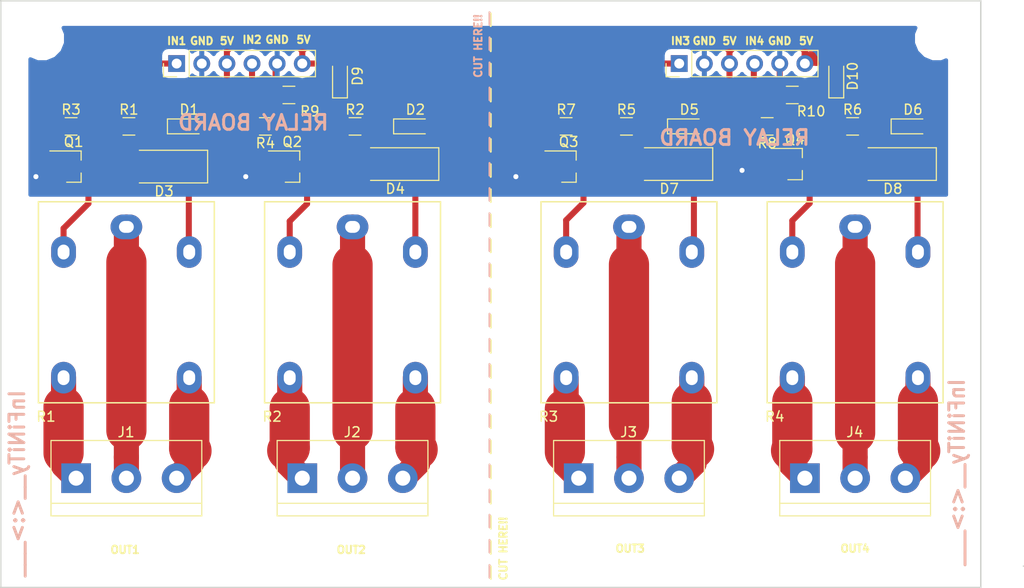
<source format=kicad_pcb>
(kicad_pcb (version 4) (host pcbnew 4.0.7)

  (general
    (links 64)
    (no_connects 0)
    (area 59.614999 50.724999 163.143001 110.184001)
    (thickness 1.6)
    (drawings 73)
    (tracks 365)
    (zones 0)
    (modules 38)
    (nets 33)
  )

  (page A4)
  (layers
    (0 F.Cu signal)
    (31 B.Cu signal)
    (32 B.Adhes user)
    (33 F.Adhes user)
    (34 B.Paste user)
    (35 F.Paste user)
    (36 B.SilkS user)
    (37 F.SilkS user)
    (38 B.Mask user)
    (39 F.Mask user)
    (40 Dwgs.User user)
    (41 Cmts.User user)
    (42 Eco1.User user)
    (43 Eco2.User user)
    (44 Edge.Cuts user)
    (45 Margin user)
    (46 B.CrtYd user)
    (47 F.CrtYd user)
    (48 B.Fab user)
    (49 F.Fab user)
  )

  (setup
    (last_trace_width 5.08)
    (trace_clearance 0.4064)
    (zone_clearance 0.6)
    (zone_45_only yes)
    (trace_min 0.2)
    (segment_width 0.2)
    (edge_width 0.15)
    (via_size 0.508)
    (via_drill 0.4)
    (via_min_size 0.4)
    (via_min_drill 0.3)
    (uvia_size 0.3)
    (uvia_drill 0.1)
    (uvias_allowed no)
    (uvia_min_size 0.2)
    (uvia_min_drill 0.1)
    (pcb_text_width 0.3)
    (pcb_text_size 1.5 1.5)
    (mod_edge_width 0.15)
    (mod_text_size 1 1)
    (mod_text_width 0.15)
    (pad_size 1.524 1.524)
    (pad_drill 0.762)
    (pad_to_mask_clearance 0.2)
    (aux_axis_origin 0 0)
    (visible_elements 7FFFFFFF)
    (pcbplotparams
      (layerselection 0x010f0_80000001)
      (usegerberextensions false)
      (excludeedgelayer true)
      (linewidth 0.100000)
      (plotframeref false)
      (viasonmask false)
      (mode 1)
      (useauxorigin false)
      (hpglpennumber 1)
      (hpglpenspeed 20)
      (hpglpendiameter 15)
      (hpglpenoverlay 2)
      (psnegative false)
      (psa4output false)
      (plotreference true)
      (plotvalue false)
      (plotinvisibletext false)
      (padsonsilk false)
      (subtractmaskfromsilk true)
      (outputformat 1)
      (mirror false)
      (drillshape 0)
      (scaleselection 1)
      (outputdirectory gerber/))
  )

  (net 0 "")
  (net 1 "Net-(D1-Pad1)")
  (net 2 +5V)
  (net 3 "Net-(D2-Pad1)")
  (net 4 "Net-(D3-Pad2)")
  (net 5 "Net-(D4-Pad2)")
  (net 6 "Net-(D5-Pad1)")
  (net 7 "Net-(D6-Pad1)")
  (net 8 "Net-(D7-Pad2)")
  (net 9 "Net-(D8-Pad2)")
  (net 10 /p1)
  (net 11 /p2)
  (net 12 GND)
  (net 13 "Net-(J2-Pad1)")
  (net 14 "Net-(J2-Pad2)")
  (net 15 "Net-(J2-Pad3)")
  (net 16 "Net-(J3-Pad1)")
  (net 17 "Net-(J3-Pad2)")
  (net 18 "Net-(J3-Pad3)")
  (net 19 /p3)
  (net 20 /p4)
  (net 21 "Net-(J5-Pad1)")
  (net 22 "Net-(J5-Pad2)")
  (net 23 "Net-(J5-Pad3)")
  (net 24 "Net-(J6-Pad1)")
  (net 25 "Net-(J6-Pad2)")
  (net 26 "Net-(J6-Pad3)")
  (net 27 "Net-(Q1-Pad1)")
  (net 28 "Net-(Q2-Pad1)")
  (net 29 "Net-(Q3-Pad1)")
  (net 30 "Net-(Q4-Pad1)")
  (net 31 "Net-(D9-Pad1)")
  (net 32 "Net-(D10-Pad1)")

  (net_class Default "This is the default net class."
    (clearance 0.4064)
    (trace_width 5.08)
    (via_dia 0.508)
    (via_drill 0.4)
    (uvia_dia 0.3)
    (uvia_drill 0.1)
    (add_net +5V)
    (add_net /p1)
    (add_net /p2)
    (add_net /p3)
    (add_net /p4)
    (add_net GND)
    (add_net "Net-(D1-Pad1)")
    (add_net "Net-(D10-Pad1)")
    (add_net "Net-(D2-Pad1)")
    (add_net "Net-(D3-Pad2)")
    (add_net "Net-(D4-Pad2)")
    (add_net "Net-(D5-Pad1)")
    (add_net "Net-(D6-Pad1)")
    (add_net "Net-(D7-Pad2)")
    (add_net "Net-(D8-Pad2)")
    (add_net "Net-(D9-Pad1)")
    (add_net "Net-(J2-Pad1)")
    (add_net "Net-(J2-Pad2)")
    (add_net "Net-(J2-Pad3)")
    (add_net "Net-(J3-Pad1)")
    (add_net "Net-(J3-Pad2)")
    (add_net "Net-(J3-Pad3)")
    (add_net "Net-(J5-Pad1)")
    (add_net "Net-(J5-Pad2)")
    (add_net "Net-(J5-Pad3)")
    (add_net "Net-(J6-Pad1)")
    (add_net "Net-(J6-Pad2)")
    (add_net "Net-(J6-Pad3)")
    (add_net "Net-(Q1-Pad1)")
    (add_net "Net-(Q2-Pad1)")
    (add_net "Net-(Q3-Pad1)")
    (add_net "Net-(Q4-Pad1)")
  )

  (module Mounting_Holes:MountingHole_3.2mm_M3_DIN965 (layer F.Cu) (tedit 5B0FDFC3) (tstamp 5B0EDE48)
    (at 134.62 105.791)
    (descr "Mounting Hole 3.2mm, no annular, M3, DIN965")
    (tags "mounting hole 3.2mm no annular m3 din965")
    (attr virtual)
    (fp_text reference REF** (at 0 -3.8) (layer F.SilkS) hide
      (effects (font (size 1 1) (thickness 0.15)))
    )
    (fp_text value MountingHole_3.2mm_M3_DIN965 (at 0 3.8) (layer F.Fab) hide
      (effects (font (size 1 1) (thickness 0.15)))
    )
    (fp_text user %R (at 0.3 0) (layer F.Fab)
      (effects (font (size 1 1) (thickness 0.15)))
    )
    (fp_circle (center 0 0) (end 2.8 0) (layer Cmts.User) (width 0.15))
    (fp_circle (center 0 0) (end 3.05 0) (layer F.CrtYd) (width 0.05))
    (pad 1 np_thru_hole circle (at 0 0) (size 3.2 3.2) (drill 3.2) (layers *.Cu *.Mask))
  )

  (module Mounting_Holes:MountingHole_3.2mm_M3_DIN965 (layer F.Cu) (tedit 5B0FDFCD) (tstamp 5B0EDE44)
    (at 63.881 54.61)
    (descr "Mounting Hole 3.2mm, no annular, M3, DIN965")
    (tags "mounting hole 3.2mm no annular m3 din965")
    (attr virtual)
    (fp_text reference REF** (at 0 -3.8) (layer F.SilkS) hide
      (effects (font (size 1 1) (thickness 0.15)))
    )
    (fp_text value MountingHole_3.2mm_M3_DIN965 (at 0 3.8) (layer F.Fab) hide
      (effects (font (size 1 1) (thickness 0.15)))
    )
    (fp_text user %R (at 0.3 0) (layer F.Fab)
      (effects (font (size 1 1) (thickness 0.15)))
    )
    (fp_circle (center 0 0) (end 2.8 0) (layer Cmts.User) (width 0.15))
    (fp_circle (center 0 0) (end 3.05 0) (layer F.CrtYd) (width 0.05))
    (pad 1 np_thru_hole circle (at 0 0) (size 3.2 3.2) (drill 3.2) (layers *.Cu *.Mask))
  )

  (module Mounting_Holes:MountingHole_3.2mm_M3_DIN965 (layer F.Cu) (tedit 5B0FDFD1) (tstamp 5B0EDE40)
    (at 83.82 105.791)
    (descr "Mounting Hole 3.2mm, no annular, M3, DIN965")
    (tags "mounting hole 3.2mm no annular m3 din965")
    (attr virtual)
    (fp_text reference REF** (at 0 -3.8) (layer F.SilkS) hide
      (effects (font (size 1 1) (thickness 0.15)))
    )
    (fp_text value MountingHole_3.2mm_M3_DIN965 (at 0 3.8) (layer F.Fab) hide
      (effects (font (size 1 1) (thickness 0.15)))
    )
    (fp_text user %R (at 0.3 0) (layer F.Fab)
      (effects (font (size 1 1) (thickness 0.15)))
    )
    (fp_circle (center 0 0) (end 2.8 0) (layer Cmts.User) (width 0.15))
    (fp_circle (center 0 0) (end 3.05 0) (layer F.CrtYd) (width 0.05))
    (pad 1 np_thru_hole circle (at 0 0) (size 3.2 3.2) (drill 3.2) (layers *.Cu *.Mask))
  )

  (module TO_SOT_Packages_SMD:SOT-23_Handsoldering (layer F.Cu) (tedit 58CE4E7E) (tstamp 5B0E9B1E)
    (at 117.094 67.564)
    (descr "SOT-23, Handsoldering")
    (tags SOT-23)
    (path /5B0EEA47)
    (attr smd)
    (fp_text reference Q3 (at 0 -2.5) (layer F.SilkS)
      (effects (font (size 1 1) (thickness 0.15)))
    )
    (fp_text value BC847 (at 0 2.5) (layer F.Fab)
      (effects (font (size 1 1) (thickness 0.15)))
    )
    (fp_text user %R (at 0 0 90) (layer F.Fab)
      (effects (font (size 0.5 0.5) (thickness 0.075)))
    )
    (fp_line (start 0.76 1.58) (end 0.76 0.65) (layer F.SilkS) (width 0.12))
    (fp_line (start 0.76 -1.58) (end 0.76 -0.65) (layer F.SilkS) (width 0.12))
    (fp_line (start -2.7 -1.75) (end 2.7 -1.75) (layer F.CrtYd) (width 0.05))
    (fp_line (start 2.7 -1.75) (end 2.7 1.75) (layer F.CrtYd) (width 0.05))
    (fp_line (start 2.7 1.75) (end -2.7 1.75) (layer F.CrtYd) (width 0.05))
    (fp_line (start -2.7 1.75) (end -2.7 -1.75) (layer F.CrtYd) (width 0.05))
    (fp_line (start 0.76 -1.58) (end -2.4 -1.58) (layer F.SilkS) (width 0.12))
    (fp_line (start -0.7 -0.95) (end -0.7 1.5) (layer F.Fab) (width 0.1))
    (fp_line (start -0.15 -1.52) (end 0.7 -1.52) (layer F.Fab) (width 0.1))
    (fp_line (start -0.7 -0.95) (end -0.15 -1.52) (layer F.Fab) (width 0.1))
    (fp_line (start 0.7 -1.52) (end 0.7 1.52) (layer F.Fab) (width 0.1))
    (fp_line (start -0.7 1.52) (end 0.7 1.52) (layer F.Fab) (width 0.1))
    (fp_line (start 0.76 1.58) (end -0.7 1.58) (layer F.SilkS) (width 0.12))
    (pad 1 smd rect (at -1.5 -0.95) (size 1.9 0.8) (layers F.Cu F.Paste F.Mask)
      (net 29 "Net-(Q3-Pad1)"))
    (pad 2 smd rect (at -1.5 0.95) (size 1.9 0.8) (layers F.Cu F.Paste F.Mask)
      (net 12 GND))
    (pad 3 smd rect (at 1.5 0) (size 1.9 0.8) (layers F.Cu F.Paste F.Mask)
      (net 8 "Net-(D7-Pad2)"))
    (model ${KISYS3DMOD}/TO_SOT_Packages_SMD.3dshapes\SOT-23.wrl
      (at (xyz 0 0 0))
      (scale (xyz 1 1 1))
      (rotate (xyz 0 0 0))
    )
  )

  (module LEDs:LED_0805_HandSoldering (layer F.Cu) (tedit 595FCA25) (tstamp 5B0E9950)
    (at 78.74 63.5)
    (descr "Resistor SMD 0805, hand soldering")
    (tags "resistor 0805")
    (path /5B0E95E2)
    (attr smd)
    (fp_text reference D1 (at 0 -1.7) (layer F.SilkS)
      (effects (font (size 1 1) (thickness 0.15)))
    )
    (fp_text value LED (at 0 1.75) (layer F.Fab)
      (effects (font (size 1 1) (thickness 0.15)))
    )
    (fp_line (start -0.4 -0.4) (end -0.4 0.4) (layer F.Fab) (width 0.1))
    (fp_line (start -0.4 0) (end 0.2 -0.4) (layer F.Fab) (width 0.1))
    (fp_line (start 0.2 0.4) (end -0.4 0) (layer F.Fab) (width 0.1))
    (fp_line (start 0.2 -0.4) (end 0.2 0.4) (layer F.Fab) (width 0.1))
    (fp_line (start -1 0.62) (end -1 -0.62) (layer F.Fab) (width 0.1))
    (fp_line (start 1 0.62) (end -1 0.62) (layer F.Fab) (width 0.1))
    (fp_line (start 1 -0.62) (end 1 0.62) (layer F.Fab) (width 0.1))
    (fp_line (start -1 -0.62) (end 1 -0.62) (layer F.Fab) (width 0.1))
    (fp_line (start 1 0.75) (end -2.2 0.75) (layer F.SilkS) (width 0.12))
    (fp_line (start -2.2 -0.75) (end 1 -0.75) (layer F.SilkS) (width 0.12))
    (fp_line (start -2.35 -0.9) (end 2.35 -0.9) (layer F.CrtYd) (width 0.05))
    (fp_line (start -2.35 -0.9) (end -2.35 0.9) (layer F.CrtYd) (width 0.05))
    (fp_line (start 2.35 0.9) (end 2.35 -0.9) (layer F.CrtYd) (width 0.05))
    (fp_line (start 2.35 0.9) (end -2.35 0.9) (layer F.CrtYd) (width 0.05))
    (fp_line (start -2.2 -0.75) (end -2.2 0.75) (layer F.SilkS) (width 0.12))
    (pad 1 smd rect (at -1.35 0) (size 1.5 1.3) (layers F.Cu F.Paste F.Mask)
      (net 1 "Net-(D1-Pad1)"))
    (pad 2 smd rect (at 1.35 0) (size 1.5 1.3) (layers F.Cu F.Paste F.Mask)
      (net 2 +5V))
    (model ${KISYS3DMOD}/LEDs.3dshapes/LED_0805.wrl
      (at (xyz 0 0 0))
      (scale (xyz 1 1 1))
      (rotate (xyz 0 0 0))
    )
  )

  (module LEDs:LED_0805_HandSoldering (layer F.Cu) (tedit 595FCA25) (tstamp 5B0E9965)
    (at 101.6 63.5)
    (descr "Resistor SMD 0805, hand soldering")
    (tags "resistor 0805")
    (path /5B0EA092)
    (attr smd)
    (fp_text reference D2 (at 0 -1.7) (layer F.SilkS)
      (effects (font (size 1 1) (thickness 0.15)))
    )
    (fp_text value LED (at 0 1.75) (layer F.Fab)
      (effects (font (size 1 1) (thickness 0.15)))
    )
    (fp_line (start -0.4 -0.4) (end -0.4 0.4) (layer F.Fab) (width 0.1))
    (fp_line (start -0.4 0) (end 0.2 -0.4) (layer F.Fab) (width 0.1))
    (fp_line (start 0.2 0.4) (end -0.4 0) (layer F.Fab) (width 0.1))
    (fp_line (start 0.2 -0.4) (end 0.2 0.4) (layer F.Fab) (width 0.1))
    (fp_line (start -1 0.62) (end -1 -0.62) (layer F.Fab) (width 0.1))
    (fp_line (start 1 0.62) (end -1 0.62) (layer F.Fab) (width 0.1))
    (fp_line (start 1 -0.62) (end 1 0.62) (layer F.Fab) (width 0.1))
    (fp_line (start -1 -0.62) (end 1 -0.62) (layer F.Fab) (width 0.1))
    (fp_line (start 1 0.75) (end -2.2 0.75) (layer F.SilkS) (width 0.12))
    (fp_line (start -2.2 -0.75) (end 1 -0.75) (layer F.SilkS) (width 0.12))
    (fp_line (start -2.35 -0.9) (end 2.35 -0.9) (layer F.CrtYd) (width 0.05))
    (fp_line (start -2.35 -0.9) (end -2.35 0.9) (layer F.CrtYd) (width 0.05))
    (fp_line (start 2.35 0.9) (end 2.35 -0.9) (layer F.CrtYd) (width 0.05))
    (fp_line (start 2.35 0.9) (end -2.35 0.9) (layer F.CrtYd) (width 0.05))
    (fp_line (start -2.2 -0.75) (end -2.2 0.75) (layer F.SilkS) (width 0.12))
    (pad 1 smd rect (at -1.35 0) (size 1.5 1.3) (layers F.Cu F.Paste F.Mask)
      (net 3 "Net-(D2-Pad1)"))
    (pad 2 smd rect (at 1.35 0) (size 1.5 1.3) (layers F.Cu F.Paste F.Mask)
      (net 2 +5V))
    (model ${KISYS3DMOD}/LEDs.3dshapes/LED_0805.wrl
      (at (xyz 0 0 0))
      (scale (xyz 1 1 1))
      (rotate (xyz 0 0 0))
    )
  )

  (module LEDs:LED_0805_HandSoldering (layer F.Cu) (tedit 595FCA25) (tstamp 5B0E99AA)
    (at 129.286 63.5)
    (descr "Resistor SMD 0805, hand soldering")
    (tags "resistor 0805")
    (path /5B0EA6BF)
    (attr smd)
    (fp_text reference D5 (at 0 -1.7) (layer F.SilkS)
      (effects (font (size 1 1) (thickness 0.15)))
    )
    (fp_text value LED (at 0 1.75) (layer F.Fab)
      (effects (font (size 1 1) (thickness 0.15)))
    )
    (fp_line (start -0.4 -0.4) (end -0.4 0.4) (layer F.Fab) (width 0.1))
    (fp_line (start -0.4 0) (end 0.2 -0.4) (layer F.Fab) (width 0.1))
    (fp_line (start 0.2 0.4) (end -0.4 0) (layer F.Fab) (width 0.1))
    (fp_line (start 0.2 -0.4) (end 0.2 0.4) (layer F.Fab) (width 0.1))
    (fp_line (start -1 0.62) (end -1 -0.62) (layer F.Fab) (width 0.1))
    (fp_line (start 1 0.62) (end -1 0.62) (layer F.Fab) (width 0.1))
    (fp_line (start 1 -0.62) (end 1 0.62) (layer F.Fab) (width 0.1))
    (fp_line (start -1 -0.62) (end 1 -0.62) (layer F.Fab) (width 0.1))
    (fp_line (start 1 0.75) (end -2.2 0.75) (layer F.SilkS) (width 0.12))
    (fp_line (start -2.2 -0.75) (end 1 -0.75) (layer F.SilkS) (width 0.12))
    (fp_line (start -2.35 -0.9) (end 2.35 -0.9) (layer F.CrtYd) (width 0.05))
    (fp_line (start -2.35 -0.9) (end -2.35 0.9) (layer F.CrtYd) (width 0.05))
    (fp_line (start 2.35 0.9) (end 2.35 -0.9) (layer F.CrtYd) (width 0.05))
    (fp_line (start 2.35 0.9) (end -2.35 0.9) (layer F.CrtYd) (width 0.05))
    (fp_line (start -2.2 -0.75) (end -2.2 0.75) (layer F.SilkS) (width 0.12))
    (pad 1 smd rect (at -1.35 0) (size 1.5 1.3) (layers F.Cu F.Paste F.Mask)
      (net 6 "Net-(D5-Pad1)"))
    (pad 2 smd rect (at 1.35 0) (size 1.5 1.3) (layers F.Cu F.Paste F.Mask)
      (net 2 +5V))
    (model ${KISYS3DMOD}/LEDs.3dshapes/LED_0805.wrl
      (at (xyz 0 0 0))
      (scale (xyz 1 1 1))
      (rotate (xyz 0 0 0))
    )
  )

  (module LEDs:LED_0805_HandSoldering (layer F.Cu) (tedit 595FCA25) (tstamp 5B0E99BF)
    (at 151.892 63.5)
    (descr "Resistor SMD 0805, hand soldering")
    (tags "resistor 0805")
    (path /5B0EA726)
    (attr smd)
    (fp_text reference D6 (at 0 -1.7) (layer F.SilkS)
      (effects (font (size 1 1) (thickness 0.15)))
    )
    (fp_text value LED (at 0 1.75) (layer F.Fab)
      (effects (font (size 1 1) (thickness 0.15)))
    )
    (fp_line (start -0.4 -0.4) (end -0.4 0.4) (layer F.Fab) (width 0.1))
    (fp_line (start -0.4 0) (end 0.2 -0.4) (layer F.Fab) (width 0.1))
    (fp_line (start 0.2 0.4) (end -0.4 0) (layer F.Fab) (width 0.1))
    (fp_line (start 0.2 -0.4) (end 0.2 0.4) (layer F.Fab) (width 0.1))
    (fp_line (start -1 0.62) (end -1 -0.62) (layer F.Fab) (width 0.1))
    (fp_line (start 1 0.62) (end -1 0.62) (layer F.Fab) (width 0.1))
    (fp_line (start 1 -0.62) (end 1 0.62) (layer F.Fab) (width 0.1))
    (fp_line (start -1 -0.62) (end 1 -0.62) (layer F.Fab) (width 0.1))
    (fp_line (start 1 0.75) (end -2.2 0.75) (layer F.SilkS) (width 0.12))
    (fp_line (start -2.2 -0.75) (end 1 -0.75) (layer F.SilkS) (width 0.12))
    (fp_line (start -2.35 -0.9) (end 2.35 -0.9) (layer F.CrtYd) (width 0.05))
    (fp_line (start -2.35 -0.9) (end -2.35 0.9) (layer F.CrtYd) (width 0.05))
    (fp_line (start 2.35 0.9) (end 2.35 -0.9) (layer F.CrtYd) (width 0.05))
    (fp_line (start 2.35 0.9) (end -2.35 0.9) (layer F.CrtYd) (width 0.05))
    (fp_line (start -2.2 -0.75) (end -2.2 0.75) (layer F.SilkS) (width 0.12))
    (pad 1 smd rect (at -1.35 0) (size 1.5 1.3) (layers F.Cu F.Paste F.Mask)
      (net 7 "Net-(D6-Pad1)"))
    (pad 2 smd rect (at 1.35 0) (size 1.5 1.3) (layers F.Cu F.Paste F.Mask)
      (net 2 +5V))
    (model ${KISYS3DMOD}/LEDs.3dshapes/LED_0805.wrl
      (at (xyz 0 0 0))
      (scale (xyz 1 1 1))
      (rotate (xyz 0 0 0))
    )
  )

  (module Connectors_Terminal_Blocks:TerminalBlock_bornier-3_P5.08mm (layer F.Cu) (tedit 5B0EE3A8) (tstamp 5B0E9A0D)
    (at 67.31 99.06)
    (descr "simple 3-pin terminal block, pitch 5.08mm, revamped version of bornier3")
    (tags "terminal block bornier3")
    (path /5B0E99CC)
    (fp_text reference J1 (at 5.05 -4.65) (layer F.SilkS)
      (effects (font (size 1 1) (thickness 0.15)))
    )
    (fp_text value Screw_Terminal_01x03 (at 5.08 5.08) (layer F.Fab)
      (effects (font (size 1 1) (thickness 0.15)))
    )
    (fp_text user %R (at 5.08 0) (layer F.Fab)
      (effects (font (size 1 1) (thickness 0.15)))
    )
    (fp_line (start -2.47 2.55) (end 12.63 2.55) (layer F.Fab) (width 0.1))
    (fp_line (start -2.47 -3.75) (end 12.63 -3.75) (layer F.Fab) (width 0.1))
    (fp_line (start 12.63 -3.75) (end 12.63 3.75) (layer F.Fab) (width 0.1))
    (fp_line (start 12.63 3.75) (end -2.47 3.75) (layer F.Fab) (width 0.1))
    (fp_line (start -2.47 3.75) (end -2.47 -3.75) (layer F.Fab) (width 0.1))
    (fp_line (start -2.54 3.81) (end -2.54 -3.81) (layer F.SilkS) (width 0.12))
    (fp_line (start 12.7 3.81) (end 12.7 -3.81) (layer F.SilkS) (width 0.12))
    (fp_line (start -2.54 2.54) (end 12.7 2.54) (layer F.SilkS) (width 0.12))
    (fp_line (start -2.54 -3.81) (end 12.7 -3.81) (layer F.SilkS) (width 0.12))
    (fp_line (start -2.54 3.81) (end 12.7 3.81) (layer F.SilkS) (width 0.12))
    (fp_line (start -2.72 -4) (end 12.88 -4) (layer F.CrtYd) (width 0.05))
    (fp_line (start -2.72 -4) (end -2.72 4) (layer F.CrtYd) (width 0.05))
    (fp_line (start 12.88 4) (end 12.88 -4) (layer F.CrtYd) (width 0.05))
    (fp_line (start 12.88 4) (end -2.72 4) (layer F.CrtYd) (width 0.05))
    (pad 1 thru_hole rect (at 0 0) (size 3 3) (drill 1.52) (layers *.Cu *.Mask)
      (net 13 "Net-(J2-Pad1)"))
    (pad 2 thru_hole circle (at 5.08 0) (size 3 3) (drill 1.52) (layers *.Cu *.Mask)
      (net 14 "Net-(J2-Pad2)"))
    (pad 3 thru_hole circle (at 10.16 0) (size 3 3) (drill 1.52) (layers *.Cu *.Mask)
      (net 15 "Net-(J2-Pad3)"))
    (model ${KISYS3DMOD}/Terminal_Blocks.3dshapes/TerminalBlock_bornier-3_P5.08mm.wrl
      (at (xyz 0.2 0 0))
      (scale (xyz 1 1 1))
      (rotate (xyz 0 0 0))
    )
  )

  (module Connectors_Terminal_Blocks:TerminalBlock_bornier-3_P5.08mm (layer F.Cu) (tedit 5B0EE39D) (tstamp 5B0E9A23)
    (at 90.17 99.06)
    (descr "simple 3-pin terminal block, pitch 5.08mm, revamped version of bornier3")
    (tags "terminal block bornier3")
    (path /5B0EA0BB)
    (fp_text reference J2 (at 5.05 -4.65) (layer F.SilkS)
      (effects (font (size 1 1) (thickness 0.15)))
    )
    (fp_text value Screw_Terminal_01x03 (at 5.08 5.08) (layer F.Fab)
      (effects (font (size 1 1) (thickness 0.15)))
    )
    (fp_text user %R (at 5.08 0) (layer F.Fab)
      (effects (font (size 1 1) (thickness 0.15)))
    )
    (fp_line (start -2.47 2.55) (end 12.63 2.55) (layer F.Fab) (width 0.1))
    (fp_line (start -2.47 -3.75) (end 12.63 -3.75) (layer F.Fab) (width 0.1))
    (fp_line (start 12.63 -3.75) (end 12.63 3.75) (layer F.Fab) (width 0.1))
    (fp_line (start 12.63 3.75) (end -2.47 3.75) (layer F.Fab) (width 0.1))
    (fp_line (start -2.47 3.75) (end -2.47 -3.75) (layer F.Fab) (width 0.1))
    (fp_line (start -2.54 3.81) (end -2.54 -3.81) (layer F.SilkS) (width 0.12))
    (fp_line (start 12.7 3.81) (end 12.7 -3.81) (layer F.SilkS) (width 0.12))
    (fp_line (start -2.54 2.54) (end 12.7 2.54) (layer F.SilkS) (width 0.12))
    (fp_line (start -2.54 -3.81) (end 12.7 -3.81) (layer F.SilkS) (width 0.12))
    (fp_line (start -2.54 3.81) (end 12.7 3.81) (layer F.SilkS) (width 0.12))
    (fp_line (start -2.72 -4) (end 12.88 -4) (layer F.CrtYd) (width 0.05))
    (fp_line (start -2.72 -4) (end -2.72 4) (layer F.CrtYd) (width 0.05))
    (fp_line (start 12.88 4) (end 12.88 -4) (layer F.CrtYd) (width 0.05))
    (fp_line (start 12.88 4) (end -2.72 4) (layer F.CrtYd) (width 0.05))
    (pad 1 thru_hole rect (at 0 0) (size 3 3) (drill 1.52) (layers *.Cu *.Mask)
      (net 16 "Net-(J3-Pad1)"))
    (pad 2 thru_hole circle (at 5.08 0) (size 3 3) (drill 1.52) (layers *.Cu *.Mask)
      (net 17 "Net-(J3-Pad2)"))
    (pad 3 thru_hole circle (at 10.16 0) (size 3 3) (drill 1.52) (layers *.Cu *.Mask)
      (net 18 "Net-(J3-Pad3)"))
    (model ${KISYS3DMOD}/Terminal_Blocks.3dshapes/TerminalBlock_bornier-3_P5.08mm.wrl
      (at (xyz 0.2 0 0))
      (scale (xyz 1 1 1))
      (rotate (xyz 0 0 0))
    )
  )

  (module Connectors_Terminal_Blocks:TerminalBlock_bornier-3_P5.08mm (layer F.Cu) (tedit 5B0EE38E) (tstamp 5B0E9A41)
    (at 118.11 99.06)
    (descr "simple 3-pin terminal block, pitch 5.08mm, revamped version of bornier3")
    (tags "terminal block bornier3")
    (path /5B0EA6E8)
    (fp_text reference J3 (at 5.05 -4.65) (layer F.SilkS)
      (effects (font (size 1 1) (thickness 0.15)))
    )
    (fp_text value Screw_Terminal_01x03 (at 5.08 5.08) (layer F.Fab)
      (effects (font (size 1 1) (thickness 0.15)))
    )
    (fp_text user %R (at 5.08 0) (layer F.Fab)
      (effects (font (size 1 1) (thickness 0.15)))
    )
    (fp_line (start -2.47 2.55) (end 12.63 2.55) (layer F.Fab) (width 0.1))
    (fp_line (start -2.47 -3.75) (end 12.63 -3.75) (layer F.Fab) (width 0.1))
    (fp_line (start 12.63 -3.75) (end 12.63 3.75) (layer F.Fab) (width 0.1))
    (fp_line (start 12.63 3.75) (end -2.47 3.75) (layer F.Fab) (width 0.1))
    (fp_line (start -2.47 3.75) (end -2.47 -3.75) (layer F.Fab) (width 0.1))
    (fp_line (start -2.54 3.81) (end -2.54 -3.81) (layer F.SilkS) (width 0.12))
    (fp_line (start 12.7 3.81) (end 12.7 -3.81) (layer F.SilkS) (width 0.12))
    (fp_line (start -2.54 2.54) (end 12.7 2.54) (layer F.SilkS) (width 0.12))
    (fp_line (start -2.54 -3.81) (end 12.7 -3.81) (layer F.SilkS) (width 0.12))
    (fp_line (start -2.54 3.81) (end 12.7 3.81) (layer F.SilkS) (width 0.12))
    (fp_line (start -2.72 -4) (end 12.88 -4) (layer F.CrtYd) (width 0.05))
    (fp_line (start -2.72 -4) (end -2.72 4) (layer F.CrtYd) (width 0.05))
    (fp_line (start 12.88 4) (end 12.88 -4) (layer F.CrtYd) (width 0.05))
    (fp_line (start 12.88 4) (end -2.72 4) (layer F.CrtYd) (width 0.05))
    (pad 1 thru_hole rect (at 0 0) (size 3 3) (drill 1.52) (layers *.Cu *.Mask)
      (net 21 "Net-(J5-Pad1)"))
    (pad 2 thru_hole circle (at 5.08 0) (size 3 3) (drill 1.52) (layers *.Cu *.Mask)
      (net 22 "Net-(J5-Pad2)"))
    (pad 3 thru_hole circle (at 10.16 0) (size 3 3) (drill 1.52) (layers *.Cu *.Mask)
      (net 23 "Net-(J5-Pad3)"))
    (model ${KISYS3DMOD}/Terminal_Blocks.3dshapes/TerminalBlock_bornier-3_P5.08mm.wrl
      (at (xyz 0.2 0 0))
      (scale (xyz 1 1 1))
      (rotate (xyz 0 0 0))
    )
  )

  (module Connectors_Terminal_Blocks:TerminalBlock_bornier-3_P5.08mm (layer F.Cu) (tedit 5B0EE37B) (tstamp 5B0E9A57)
    (at 140.97 99.06)
    (descr "simple 3-pin terminal block, pitch 5.08mm, revamped version of bornier3")
    (tags "terminal block bornier3")
    (path /5B0EA74F)
    (fp_text reference J4 (at 5.05 -4.65) (layer F.SilkS)
      (effects (font (size 1 1) (thickness 0.15)))
    )
    (fp_text value Screw_Terminal_01x03 (at 5.08 5.08) (layer F.Fab)
      (effects (font (size 1 1) (thickness 0.15)))
    )
    (fp_text user %R (at 5.08 0) (layer F.Fab)
      (effects (font (size 1 1) (thickness 0.15)))
    )
    (fp_line (start -2.47 2.55) (end 12.63 2.55) (layer F.Fab) (width 0.1))
    (fp_line (start -2.47 -3.75) (end 12.63 -3.75) (layer F.Fab) (width 0.1))
    (fp_line (start 12.63 -3.75) (end 12.63 3.75) (layer F.Fab) (width 0.1))
    (fp_line (start 12.63 3.75) (end -2.47 3.75) (layer F.Fab) (width 0.1))
    (fp_line (start -2.47 3.75) (end -2.47 -3.75) (layer F.Fab) (width 0.1))
    (fp_line (start -2.54 3.81) (end -2.54 -3.81) (layer F.SilkS) (width 0.12))
    (fp_line (start 12.7 3.81) (end 12.7 -3.81) (layer F.SilkS) (width 0.12))
    (fp_line (start -2.54 2.54) (end 12.7 2.54) (layer F.SilkS) (width 0.12))
    (fp_line (start -2.54 -3.81) (end 12.7 -3.81) (layer F.SilkS) (width 0.12))
    (fp_line (start -2.54 3.81) (end 12.7 3.81) (layer F.SilkS) (width 0.12))
    (fp_line (start -2.72 -4) (end 12.88 -4) (layer F.CrtYd) (width 0.05))
    (fp_line (start -2.72 -4) (end -2.72 4) (layer F.CrtYd) (width 0.05))
    (fp_line (start 12.88 4) (end 12.88 -4) (layer F.CrtYd) (width 0.05))
    (fp_line (start 12.88 4) (end -2.72 4) (layer F.CrtYd) (width 0.05))
    (pad 1 thru_hole rect (at 0 0) (size 3 3) (drill 1.52) (layers *.Cu *.Mask)
      (net 24 "Net-(J6-Pad1)"))
    (pad 2 thru_hole circle (at 5.08 0) (size 3 3) (drill 1.52) (layers *.Cu *.Mask)
      (net 25 "Net-(J6-Pad2)"))
    (pad 3 thru_hole circle (at 10.16 0) (size 3 3) (drill 1.52) (layers *.Cu *.Mask)
      (net 26 "Net-(J6-Pad3)"))
    (model ${KISYS3DMOD}/Terminal_Blocks.3dshapes/TerminalBlock_bornier-3_P5.08mm.wrl
      (at (xyz 0.2 0 0))
      (scale (xyz 1 1 1))
      (rotate (xyz 0 0 0))
    )
  )

  (module TO_SOT_Packages_SMD:SOT-23_Handsoldering (layer F.Cu) (tedit 58CE4E7E) (tstamp 5B0E9AF4)
    (at 67.056 67.564)
    (descr "SOT-23, Handsoldering")
    (tags SOT-23)
    (path /5B0EDB7E)
    (attr smd)
    (fp_text reference Q1 (at 0 -2.5) (layer F.SilkS)
      (effects (font (size 1 1) (thickness 0.15)))
    )
    (fp_text value BC847 (at 0 2.5) (layer F.Fab)
      (effects (font (size 1 1) (thickness 0.15)))
    )
    (fp_text user %R (at 0 0 90) (layer F.Fab)
      (effects (font (size 0.5 0.5) (thickness 0.075)))
    )
    (fp_line (start 0.76 1.58) (end 0.76 0.65) (layer F.SilkS) (width 0.12))
    (fp_line (start 0.76 -1.58) (end 0.76 -0.65) (layer F.SilkS) (width 0.12))
    (fp_line (start -2.7 -1.75) (end 2.7 -1.75) (layer F.CrtYd) (width 0.05))
    (fp_line (start 2.7 -1.75) (end 2.7 1.75) (layer F.CrtYd) (width 0.05))
    (fp_line (start 2.7 1.75) (end -2.7 1.75) (layer F.CrtYd) (width 0.05))
    (fp_line (start -2.7 1.75) (end -2.7 -1.75) (layer F.CrtYd) (width 0.05))
    (fp_line (start 0.76 -1.58) (end -2.4 -1.58) (layer F.SilkS) (width 0.12))
    (fp_line (start -0.7 -0.95) (end -0.7 1.5) (layer F.Fab) (width 0.1))
    (fp_line (start -0.15 -1.52) (end 0.7 -1.52) (layer F.Fab) (width 0.1))
    (fp_line (start -0.7 -0.95) (end -0.15 -1.52) (layer F.Fab) (width 0.1))
    (fp_line (start 0.7 -1.52) (end 0.7 1.52) (layer F.Fab) (width 0.1))
    (fp_line (start -0.7 1.52) (end 0.7 1.52) (layer F.Fab) (width 0.1))
    (fp_line (start 0.76 1.58) (end -0.7 1.58) (layer F.SilkS) (width 0.12))
    (pad 1 smd rect (at -1.5 -0.95) (size 1.9 0.8) (layers F.Cu F.Paste F.Mask)
      (net 27 "Net-(Q1-Pad1)"))
    (pad 2 smd rect (at -1.5 0.95) (size 1.9 0.8) (layers F.Cu F.Paste F.Mask)
      (net 12 GND))
    (pad 3 smd rect (at 1.5 0) (size 1.9 0.8) (layers F.Cu F.Paste F.Mask)
      (net 4 "Net-(D3-Pad2)"))
    (model ${KISYS3DMOD}/TO_SOT_Packages_SMD.3dshapes\SOT-23.wrl
      (at (xyz 0 0 0))
      (scale (xyz 1 1 1))
      (rotate (xyz 0 0 0))
    )
  )

  (module TO_SOT_Packages_SMD:SOT-23_Handsoldering (layer F.Cu) (tedit 5B0EB984) (tstamp 5B0E9B09)
    (at 89.154 67.564)
    (descr "SOT-23, Handsoldering")
    (tags SOT-23)
    (path /5B0EDC8E)
    (attr smd)
    (fp_text reference Q2 (at 0 -2.5) (layer F.SilkS)
      (effects (font (size 1 1) (thickness 0.15)))
    )
    (fp_text value BC847 (at 0 2.5) (layer F.Fab)
      (effects (font (size 1 1) (thickness 0.15)))
    )
    (fp_text user %R (at 0 0 90) (layer F.Fab)
      (effects (font (size 0.5 0.5) (thickness 0.075)))
    )
    (fp_line (start 0.76 1.58) (end 0.76 0.65) (layer F.SilkS) (width 0.12))
    (fp_line (start 0.76 -1.58) (end 0.76 -0.65) (layer F.SilkS) (width 0.12))
    (fp_line (start -2.7 -1.75) (end 2.7 -1.75) (layer F.CrtYd) (width 0.05))
    (fp_line (start 2.7 -1.75) (end 2.7 1.75) (layer F.CrtYd) (width 0.05))
    (fp_line (start 2.7 1.75) (end -2.7 1.75) (layer F.CrtYd) (width 0.05))
    (fp_line (start -2.7 1.75) (end -2.7 -1.75) (layer F.CrtYd) (width 0.05))
    (fp_line (start 0.76 -1.58) (end -2.4 -1.58) (layer F.SilkS) (width 0.12))
    (fp_line (start -0.7 -0.95) (end -0.7 1.5) (layer F.Fab) (width 0.1))
    (fp_line (start -0.15 -1.52) (end 0.7 -1.52) (layer F.Fab) (width 0.1))
    (fp_line (start -0.7 -0.95) (end -0.15 -1.52) (layer F.Fab) (width 0.1))
    (fp_line (start 0.7 -1.52) (end 0.7 1.52) (layer F.Fab) (width 0.1))
    (fp_line (start -0.7 1.52) (end 0.7 1.52) (layer F.Fab) (width 0.1))
    (fp_line (start 0.76 1.58) (end -0.7 1.58) (layer F.SilkS) (width 0.12))
    (pad 1 smd rect (at -1.5 -0.95) (size 1.9 0.8) (layers F.Cu F.Paste F.Mask)
      (net 28 "Net-(Q2-Pad1)"))
    (pad 2 smd rect (at -1.5 0.95) (size 1.9 0.8) (layers F.Cu F.Paste F.Mask)
      (net 12 GND))
    (pad 3 smd rect (at 1.5 0) (size 1.9 0.8) (layers F.Cu F.Paste F.Mask)
      (net 5 "Net-(D4-Pad2)"))
    (model ${KISYS3DMOD}/TO_SOT_Packages_SMD.3dshapes\SOT-23.wrl
      (at (xyz 0 0 0))
      (scale (xyz 1 1 1))
      (rotate (xyz 0 0 0))
    )
  )

  (module TO_SOT_Packages_SMD:SOT-23_Handsoldering (layer F.Cu) (tedit 58CE4E7E) (tstamp 5B0E9B33)
    (at 139.954 67.31)
    (descr "SOT-23, Handsoldering")
    (tags SOT-23)
    (path /5B0EE600)
    (attr smd)
    (fp_text reference Q4 (at 0 -2.5) (layer F.SilkS)
      (effects (font (size 1 1) (thickness 0.15)))
    )
    (fp_text value BC847 (at 0 2.5) (layer F.Fab)
      (effects (font (size 1 1) (thickness 0.15)))
    )
    (fp_text user %R (at 0 0 90) (layer F.Fab)
      (effects (font (size 0.5 0.5) (thickness 0.075)))
    )
    (fp_line (start 0.76 1.58) (end 0.76 0.65) (layer F.SilkS) (width 0.12))
    (fp_line (start 0.76 -1.58) (end 0.76 -0.65) (layer F.SilkS) (width 0.12))
    (fp_line (start -2.7 -1.75) (end 2.7 -1.75) (layer F.CrtYd) (width 0.05))
    (fp_line (start 2.7 -1.75) (end 2.7 1.75) (layer F.CrtYd) (width 0.05))
    (fp_line (start 2.7 1.75) (end -2.7 1.75) (layer F.CrtYd) (width 0.05))
    (fp_line (start -2.7 1.75) (end -2.7 -1.75) (layer F.CrtYd) (width 0.05))
    (fp_line (start 0.76 -1.58) (end -2.4 -1.58) (layer F.SilkS) (width 0.12))
    (fp_line (start -0.7 -0.95) (end -0.7 1.5) (layer F.Fab) (width 0.1))
    (fp_line (start -0.15 -1.52) (end 0.7 -1.52) (layer F.Fab) (width 0.1))
    (fp_line (start -0.7 -0.95) (end -0.15 -1.52) (layer F.Fab) (width 0.1))
    (fp_line (start 0.7 -1.52) (end 0.7 1.52) (layer F.Fab) (width 0.1))
    (fp_line (start -0.7 1.52) (end 0.7 1.52) (layer F.Fab) (width 0.1))
    (fp_line (start 0.76 1.58) (end -0.7 1.58) (layer F.SilkS) (width 0.12))
    (pad 1 smd rect (at -1.5 -0.95) (size 1.9 0.8) (layers F.Cu F.Paste F.Mask)
      (net 30 "Net-(Q4-Pad1)"))
    (pad 2 smd rect (at -1.5 0.95) (size 1.9 0.8) (layers F.Cu F.Paste F.Mask)
      (net 12 GND))
    (pad 3 smd rect (at 1.5 0) (size 1.9 0.8) (layers F.Cu F.Paste F.Mask)
      (net 9 "Net-(D8-Pad2)"))
    (model ${KISYS3DMOD}/TO_SOT_Packages_SMD.3dshapes\SOT-23.wrl
      (at (xyz 0 0 0))
      (scale (xyz 1 1 1))
      (rotate (xyz 0 0 0))
    )
  )

  (module Resistors_SMD:R_0805_HandSoldering (layer F.Cu) (tedit 58E0A804) (tstamp 5B0E9B44)
    (at 72.644 63.5)
    (descr "Resistor SMD 0805, hand soldering")
    (tags "resistor 0805")
    (path /5B0E9640)
    (attr smd)
    (fp_text reference R1 (at 0 -1.7) (layer F.SilkS)
      (effects (font (size 1 1) (thickness 0.15)))
    )
    (fp_text value 330 (at 0 1.75) (layer F.Fab)
      (effects (font (size 1 1) (thickness 0.15)))
    )
    (fp_text user %R (at 0 0) (layer F.Fab)
      (effects (font (size 0.5 0.5) (thickness 0.075)))
    )
    (fp_line (start -1 0.62) (end -1 -0.62) (layer F.Fab) (width 0.1))
    (fp_line (start 1 0.62) (end -1 0.62) (layer F.Fab) (width 0.1))
    (fp_line (start 1 -0.62) (end 1 0.62) (layer F.Fab) (width 0.1))
    (fp_line (start -1 -0.62) (end 1 -0.62) (layer F.Fab) (width 0.1))
    (fp_line (start 0.6 0.88) (end -0.6 0.88) (layer F.SilkS) (width 0.12))
    (fp_line (start -0.6 -0.88) (end 0.6 -0.88) (layer F.SilkS) (width 0.12))
    (fp_line (start -2.35 -0.9) (end 2.35 -0.9) (layer F.CrtYd) (width 0.05))
    (fp_line (start -2.35 -0.9) (end -2.35 0.9) (layer F.CrtYd) (width 0.05))
    (fp_line (start 2.35 0.9) (end 2.35 -0.9) (layer F.CrtYd) (width 0.05))
    (fp_line (start 2.35 0.9) (end -2.35 0.9) (layer F.CrtYd) (width 0.05))
    (pad 1 smd rect (at -1.35 0) (size 1.5 1.3) (layers F.Cu F.Paste F.Mask)
      (net 4 "Net-(D3-Pad2)"))
    (pad 2 smd rect (at 1.35 0) (size 1.5 1.3) (layers F.Cu F.Paste F.Mask)
      (net 1 "Net-(D1-Pad1)"))
    (model ${KISYS3DMOD}/Resistors_SMD.3dshapes/R_0805.wrl
      (at (xyz 0 0 0))
      (scale (xyz 1 1 1))
      (rotate (xyz 0 0 0))
    )
  )

  (module Resistors_SMD:R_0805_HandSoldering (layer F.Cu) (tedit 58E0A804) (tstamp 5B0E9B55)
    (at 95.504 63.5)
    (descr "Resistor SMD 0805, hand soldering")
    (tags "resistor 0805")
    (path /5B0EA098)
    (attr smd)
    (fp_text reference R2 (at 0 -1.7) (layer F.SilkS)
      (effects (font (size 1 1) (thickness 0.15)))
    )
    (fp_text value 330 (at 0 1.75) (layer F.Fab)
      (effects (font (size 1 1) (thickness 0.15)))
    )
    (fp_text user %R (at 0 0) (layer F.Fab)
      (effects (font (size 0.5 0.5) (thickness 0.075)))
    )
    (fp_line (start -1 0.62) (end -1 -0.62) (layer F.Fab) (width 0.1))
    (fp_line (start 1 0.62) (end -1 0.62) (layer F.Fab) (width 0.1))
    (fp_line (start 1 -0.62) (end 1 0.62) (layer F.Fab) (width 0.1))
    (fp_line (start -1 -0.62) (end 1 -0.62) (layer F.Fab) (width 0.1))
    (fp_line (start 0.6 0.88) (end -0.6 0.88) (layer F.SilkS) (width 0.12))
    (fp_line (start -0.6 -0.88) (end 0.6 -0.88) (layer F.SilkS) (width 0.12))
    (fp_line (start -2.35 -0.9) (end 2.35 -0.9) (layer F.CrtYd) (width 0.05))
    (fp_line (start -2.35 -0.9) (end -2.35 0.9) (layer F.CrtYd) (width 0.05))
    (fp_line (start 2.35 0.9) (end 2.35 -0.9) (layer F.CrtYd) (width 0.05))
    (fp_line (start 2.35 0.9) (end -2.35 0.9) (layer F.CrtYd) (width 0.05))
    (pad 1 smd rect (at -1.35 0) (size 1.5 1.3) (layers F.Cu F.Paste F.Mask)
      (net 5 "Net-(D4-Pad2)"))
    (pad 2 smd rect (at 1.35 0) (size 1.5 1.3) (layers F.Cu F.Paste F.Mask)
      (net 3 "Net-(D2-Pad1)"))
    (model ${KISYS3DMOD}/Resistors_SMD.3dshapes/R_0805.wrl
      (at (xyz 0 0 0))
      (scale (xyz 1 1 1))
      (rotate (xyz 0 0 0))
    )
  )

  (module Resistors_SMD:R_0805_HandSoldering (layer F.Cu) (tedit 58E0A804) (tstamp 5B0E9B66)
    (at 66.802 63.5)
    (descr "Resistor SMD 0805, hand soldering")
    (tags "resistor 0805")
    (path /5B0E9572)
    (attr smd)
    (fp_text reference R3 (at 0 -1.7) (layer F.SilkS)
      (effects (font (size 1 1) (thickness 0.15)))
    )
    (fp_text value 2.2k (at 0 1.75) (layer F.Fab)
      (effects (font (size 1 1) (thickness 0.15)))
    )
    (fp_text user %R (at 0 0) (layer F.Fab)
      (effects (font (size 0.5 0.5) (thickness 0.075)))
    )
    (fp_line (start -1 0.62) (end -1 -0.62) (layer F.Fab) (width 0.1))
    (fp_line (start 1 0.62) (end -1 0.62) (layer F.Fab) (width 0.1))
    (fp_line (start 1 -0.62) (end 1 0.62) (layer F.Fab) (width 0.1))
    (fp_line (start -1 -0.62) (end 1 -0.62) (layer F.Fab) (width 0.1))
    (fp_line (start 0.6 0.88) (end -0.6 0.88) (layer F.SilkS) (width 0.12))
    (fp_line (start -0.6 -0.88) (end 0.6 -0.88) (layer F.SilkS) (width 0.12))
    (fp_line (start -2.35 -0.9) (end 2.35 -0.9) (layer F.CrtYd) (width 0.05))
    (fp_line (start -2.35 -0.9) (end -2.35 0.9) (layer F.CrtYd) (width 0.05))
    (fp_line (start 2.35 0.9) (end 2.35 -0.9) (layer F.CrtYd) (width 0.05))
    (fp_line (start 2.35 0.9) (end -2.35 0.9) (layer F.CrtYd) (width 0.05))
    (pad 1 smd rect (at -1.35 0) (size 1.5 1.3) (layers F.Cu F.Paste F.Mask)
      (net 27 "Net-(Q1-Pad1)"))
    (pad 2 smd rect (at 1.35 0) (size 1.5 1.3) (layers F.Cu F.Paste F.Mask)
      (net 10 /p1))
    (model ${KISYS3DMOD}/Resistors_SMD.3dshapes/R_0805.wrl
      (at (xyz 0 0 0))
      (scale (xyz 1 1 1))
      (rotate (xyz 0 0 0))
    )
  )

  (module Resistors_SMD:R_0805_HandSoldering (layer F.Cu) (tedit 58E0A804) (tstamp 5B0E9B77)
    (at 86.44 63.5 180)
    (descr "Resistor SMD 0805, hand soldering")
    (tags "resistor 0805")
    (path /5B0EA086)
    (attr smd)
    (fp_text reference R4 (at 0 -1.7 180) (layer F.SilkS)
      (effects (font (size 1 1) (thickness 0.15)))
    )
    (fp_text value 2.2k (at 0 1.75 180) (layer F.Fab)
      (effects (font (size 1 1) (thickness 0.15)))
    )
    (fp_text user %R (at 0 0 180) (layer F.Fab)
      (effects (font (size 0.5 0.5) (thickness 0.075)))
    )
    (fp_line (start -1 0.62) (end -1 -0.62) (layer F.Fab) (width 0.1))
    (fp_line (start 1 0.62) (end -1 0.62) (layer F.Fab) (width 0.1))
    (fp_line (start 1 -0.62) (end 1 0.62) (layer F.Fab) (width 0.1))
    (fp_line (start -1 -0.62) (end 1 -0.62) (layer F.Fab) (width 0.1))
    (fp_line (start 0.6 0.88) (end -0.6 0.88) (layer F.SilkS) (width 0.12))
    (fp_line (start -0.6 -0.88) (end 0.6 -0.88) (layer F.SilkS) (width 0.12))
    (fp_line (start -2.35 -0.9) (end 2.35 -0.9) (layer F.CrtYd) (width 0.05))
    (fp_line (start -2.35 -0.9) (end -2.35 0.9) (layer F.CrtYd) (width 0.05))
    (fp_line (start 2.35 0.9) (end 2.35 -0.9) (layer F.CrtYd) (width 0.05))
    (fp_line (start 2.35 0.9) (end -2.35 0.9) (layer F.CrtYd) (width 0.05))
    (pad 1 smd rect (at -1.35 0 180) (size 1.5 1.3) (layers F.Cu F.Paste F.Mask)
      (net 28 "Net-(Q2-Pad1)"))
    (pad 2 smd rect (at 1.35 0 180) (size 1.5 1.3) (layers F.Cu F.Paste F.Mask)
      (net 11 /p2))
    (model ${KISYS3DMOD}/Resistors_SMD.3dshapes/R_0805.wrl
      (at (xyz 0 0 0))
      (scale (xyz 1 1 1))
      (rotate (xyz 0 0 0))
    )
  )

  (module Resistors_SMD:R_0805_HandSoldering (layer F.Cu) (tedit 58E0A804) (tstamp 5B0E9B88)
    (at 122.936 63.5)
    (descr "Resistor SMD 0805, hand soldering")
    (tags "resistor 0805")
    (path /5B0EA6C5)
    (attr smd)
    (fp_text reference R5 (at 0 -1.7) (layer F.SilkS)
      (effects (font (size 1 1) (thickness 0.15)))
    )
    (fp_text value 330 (at 0 1.75) (layer F.Fab)
      (effects (font (size 1 1) (thickness 0.15)))
    )
    (fp_text user %R (at 0 0) (layer F.Fab)
      (effects (font (size 0.5 0.5) (thickness 0.075)))
    )
    (fp_line (start -1 0.62) (end -1 -0.62) (layer F.Fab) (width 0.1))
    (fp_line (start 1 0.62) (end -1 0.62) (layer F.Fab) (width 0.1))
    (fp_line (start 1 -0.62) (end 1 0.62) (layer F.Fab) (width 0.1))
    (fp_line (start -1 -0.62) (end 1 -0.62) (layer F.Fab) (width 0.1))
    (fp_line (start 0.6 0.88) (end -0.6 0.88) (layer F.SilkS) (width 0.12))
    (fp_line (start -0.6 -0.88) (end 0.6 -0.88) (layer F.SilkS) (width 0.12))
    (fp_line (start -2.35 -0.9) (end 2.35 -0.9) (layer F.CrtYd) (width 0.05))
    (fp_line (start -2.35 -0.9) (end -2.35 0.9) (layer F.CrtYd) (width 0.05))
    (fp_line (start 2.35 0.9) (end 2.35 -0.9) (layer F.CrtYd) (width 0.05))
    (fp_line (start 2.35 0.9) (end -2.35 0.9) (layer F.CrtYd) (width 0.05))
    (pad 1 smd rect (at -1.35 0) (size 1.5 1.3) (layers F.Cu F.Paste F.Mask)
      (net 8 "Net-(D7-Pad2)"))
    (pad 2 smd rect (at 1.35 0) (size 1.5 1.3) (layers F.Cu F.Paste F.Mask)
      (net 6 "Net-(D5-Pad1)"))
    (model ${KISYS3DMOD}/Resistors_SMD.3dshapes/R_0805.wrl
      (at (xyz 0 0 0))
      (scale (xyz 1 1 1))
      (rotate (xyz 0 0 0))
    )
  )

  (module Resistors_SMD:R_0805_HandSoldering (layer F.Cu) (tedit 58E0A804) (tstamp 5B0E9B99)
    (at 145.796 63.5)
    (descr "Resistor SMD 0805, hand soldering")
    (tags "resistor 0805")
    (path /5B0EA72C)
    (attr smd)
    (fp_text reference R6 (at 0 -1.7) (layer F.SilkS)
      (effects (font (size 1 1) (thickness 0.15)))
    )
    (fp_text value 330 (at 0 1.75) (layer F.Fab)
      (effects (font (size 1 1) (thickness 0.15)))
    )
    (fp_text user %R (at 0 0) (layer F.Fab)
      (effects (font (size 0.5 0.5) (thickness 0.075)))
    )
    (fp_line (start -1 0.62) (end -1 -0.62) (layer F.Fab) (width 0.1))
    (fp_line (start 1 0.62) (end -1 0.62) (layer F.Fab) (width 0.1))
    (fp_line (start 1 -0.62) (end 1 0.62) (layer F.Fab) (width 0.1))
    (fp_line (start -1 -0.62) (end 1 -0.62) (layer F.Fab) (width 0.1))
    (fp_line (start 0.6 0.88) (end -0.6 0.88) (layer F.SilkS) (width 0.12))
    (fp_line (start -0.6 -0.88) (end 0.6 -0.88) (layer F.SilkS) (width 0.12))
    (fp_line (start -2.35 -0.9) (end 2.35 -0.9) (layer F.CrtYd) (width 0.05))
    (fp_line (start -2.35 -0.9) (end -2.35 0.9) (layer F.CrtYd) (width 0.05))
    (fp_line (start 2.35 0.9) (end 2.35 -0.9) (layer F.CrtYd) (width 0.05))
    (fp_line (start 2.35 0.9) (end -2.35 0.9) (layer F.CrtYd) (width 0.05))
    (pad 1 smd rect (at -1.35 0) (size 1.5 1.3) (layers F.Cu F.Paste F.Mask)
      (net 9 "Net-(D8-Pad2)"))
    (pad 2 smd rect (at 1.35 0) (size 1.5 1.3) (layers F.Cu F.Paste F.Mask)
      (net 7 "Net-(D6-Pad1)"))
    (model ${KISYS3DMOD}/Resistors_SMD.3dshapes/R_0805.wrl
      (at (xyz 0 0 0))
      (scale (xyz 1 1 1))
      (rotate (xyz 0 0 0))
    )
  )

  (module Resistors_SMD:R_0805_HandSoldering (layer F.Cu) (tedit 58E0A804) (tstamp 5B0E9BAA)
    (at 116.84 63.5)
    (descr "Resistor SMD 0805, hand soldering")
    (tags "resistor 0805")
    (path /5B0EA6B3)
    (attr smd)
    (fp_text reference R7 (at 0 -1.7) (layer F.SilkS)
      (effects (font (size 1 1) (thickness 0.15)))
    )
    (fp_text value 2.2k (at 0 1.75) (layer F.Fab)
      (effects (font (size 1 1) (thickness 0.15)))
    )
    (fp_text user %R (at 0 0) (layer F.Fab)
      (effects (font (size 0.5 0.5) (thickness 0.075)))
    )
    (fp_line (start -1 0.62) (end -1 -0.62) (layer F.Fab) (width 0.1))
    (fp_line (start 1 0.62) (end -1 0.62) (layer F.Fab) (width 0.1))
    (fp_line (start 1 -0.62) (end 1 0.62) (layer F.Fab) (width 0.1))
    (fp_line (start -1 -0.62) (end 1 -0.62) (layer F.Fab) (width 0.1))
    (fp_line (start 0.6 0.88) (end -0.6 0.88) (layer F.SilkS) (width 0.12))
    (fp_line (start -0.6 -0.88) (end 0.6 -0.88) (layer F.SilkS) (width 0.12))
    (fp_line (start -2.35 -0.9) (end 2.35 -0.9) (layer F.CrtYd) (width 0.05))
    (fp_line (start -2.35 -0.9) (end -2.35 0.9) (layer F.CrtYd) (width 0.05))
    (fp_line (start 2.35 0.9) (end 2.35 -0.9) (layer F.CrtYd) (width 0.05))
    (fp_line (start 2.35 0.9) (end -2.35 0.9) (layer F.CrtYd) (width 0.05))
    (pad 1 smd rect (at -1.35 0) (size 1.5 1.3) (layers F.Cu F.Paste F.Mask)
      (net 29 "Net-(Q3-Pad1)"))
    (pad 2 smd rect (at 1.35 0) (size 1.5 1.3) (layers F.Cu F.Paste F.Mask)
      (net 19 /p3))
    (model ${KISYS3DMOD}/Resistors_SMD.3dshapes/R_0805.wrl
      (at (xyz 0 0 0))
      (scale (xyz 1 1 1))
      (rotate (xyz 0 0 0))
    )
  )

  (module Resistors_SMD:R_0805_HandSoldering (layer F.Cu) (tedit 58E0A804) (tstamp 5B0E9BBB)
    (at 137.16 63.5 180)
    (descr "Resistor SMD 0805, hand soldering")
    (tags "resistor 0805")
    (path /5B0EA71A)
    (attr smd)
    (fp_text reference R8 (at 0 -1.7 180) (layer F.SilkS)
      (effects (font (size 1 1) (thickness 0.15)))
    )
    (fp_text value 2.2k (at 0 1.75 180) (layer F.Fab)
      (effects (font (size 1 1) (thickness 0.15)))
    )
    (fp_text user %R (at 0 0 180) (layer F.Fab)
      (effects (font (size 0.5 0.5) (thickness 0.075)))
    )
    (fp_line (start -1 0.62) (end -1 -0.62) (layer F.Fab) (width 0.1))
    (fp_line (start 1 0.62) (end -1 0.62) (layer F.Fab) (width 0.1))
    (fp_line (start 1 -0.62) (end 1 0.62) (layer F.Fab) (width 0.1))
    (fp_line (start -1 -0.62) (end 1 -0.62) (layer F.Fab) (width 0.1))
    (fp_line (start 0.6 0.88) (end -0.6 0.88) (layer F.SilkS) (width 0.12))
    (fp_line (start -0.6 -0.88) (end 0.6 -0.88) (layer F.SilkS) (width 0.12))
    (fp_line (start -2.35 -0.9) (end 2.35 -0.9) (layer F.CrtYd) (width 0.05))
    (fp_line (start -2.35 -0.9) (end -2.35 0.9) (layer F.CrtYd) (width 0.05))
    (fp_line (start 2.35 0.9) (end 2.35 -0.9) (layer F.CrtYd) (width 0.05))
    (fp_line (start 2.35 0.9) (end -2.35 0.9) (layer F.CrtYd) (width 0.05))
    (pad 1 smd rect (at -1.35 0 180) (size 1.5 1.3) (layers F.Cu F.Paste F.Mask)
      (net 30 "Net-(Q4-Pad1)"))
    (pad 2 smd rect (at 1.35 0 180) (size 1.5 1.3) (layers F.Cu F.Paste F.Mask)
      (net 20 /p4))
    (model ${KISYS3DMOD}/Resistors_SMD.3dshapes/R_0805.wrl
      (at (xyz 0 0 0))
      (scale (xyz 1 1 1))
      (rotate (xyz 0 0 0))
    )
  )

  (module FOOT:RELAY (layer F.Cu) (tedit 5B0EE3B7) (tstamp 5B0EA2B9)
    (at 63.5 91.44)
    (path /5B0E92B9)
    (fp_text reference R1 (at 0.762 1.397) (layer F.SilkS)
      (effects (font (size 1 1) (thickness 0.15)))
    )
    (fp_text value G5Q-1 (at 15.24 -21.59) (layer F.Fab)
      (effects (font (size 1 1) (thickness 0.15)))
    )
    (fp_line (start 0 -20.32) (end 0 0) (layer F.SilkS) (width 0.15))
    (fp_line (start 0 0) (end 17.78 0) (layer F.SilkS) (width 0.15))
    (fp_line (start 17.78 0) (end 17.78 -20.32) (layer F.SilkS) (width 0.15))
    (fp_line (start 17.78 -20.32) (end 0 -20.32) (layer F.SilkS) (width 0.15))
    (pad 1 thru_hole oval (at 2.54 -15.24) (size 2.5 3.2) (drill oval 1.2 1.5) (layers *.Cu *.Mask)
      (net 4 "Net-(D3-Pad2)"))
    (pad 5 thru_hole oval (at 15.24 -15.24) (size 2.5 3.2) (drill oval 1.2 1.5) (layers *.Cu *.Mask)
      (net 2 +5V))
    (pad 2 thru_hole oval (at 8.89 -17.78) (size 3.2 2.5) (drill oval 1.5 1.2) (layers *.Cu *.Mask)
      (net 14 "Net-(J2-Pad2)"))
    (pad 3 thru_hole oval (at 15.24 -2.54) (size 2.5 3.2) (drill oval 1.2 1.5) (layers *.Cu *.Mask)
      (net 15 "Net-(J2-Pad3)"))
    (pad 4 thru_hole oval (at 2.54 -2.54) (size 2.5 3.2) (drill oval 1.2 1.5) (layers *.Cu *.Mask)
      (net 13 "Net-(J2-Pad1)"))
  )

  (module FOOT:RELAY (layer F.Cu) (tedit 5B0EE399) (tstamp 5B0EA2C5)
    (at 86.36 91.44)
    (path /5B0EA07A)
    (fp_text reference R2 (at 0.762 1.397) (layer F.SilkS)
      (effects (font (size 1 1) (thickness 0.15)))
    )
    (fp_text value G5Q-1 (at 15.24 -21.59) (layer F.Fab)
      (effects (font (size 1 1) (thickness 0.15)))
    )
    (fp_line (start 0 -20.32) (end 0 0) (layer F.SilkS) (width 0.15))
    (fp_line (start 0 0) (end 17.78 0) (layer F.SilkS) (width 0.15))
    (fp_line (start 17.78 0) (end 17.78 -20.32) (layer F.SilkS) (width 0.15))
    (fp_line (start 17.78 -20.32) (end 0 -20.32) (layer F.SilkS) (width 0.15))
    (pad 1 thru_hole oval (at 2.54 -15.24) (size 2.5 3.2) (drill oval 1.2 1.5) (layers *.Cu *.Mask)
      (net 5 "Net-(D4-Pad2)"))
    (pad 5 thru_hole oval (at 15.24 -15.24) (size 2.5 3.2) (drill oval 1.2 1.5) (layers *.Cu *.Mask)
      (net 2 +5V))
    (pad 2 thru_hole oval (at 8.89 -17.78) (size 3.2 2.5) (drill oval 1.5 1.2) (layers *.Cu *.Mask)
      (net 17 "Net-(J3-Pad2)"))
    (pad 3 thru_hole oval (at 15.24 -2.54) (size 2.5 3.2) (drill oval 1.2 1.5) (layers *.Cu *.Mask)
      (net 18 "Net-(J3-Pad3)"))
    (pad 4 thru_hole oval (at 2.54 -2.54) (size 2.5 3.2) (drill oval 1.2 1.5) (layers *.Cu *.Mask)
      (net 16 "Net-(J3-Pad1)"))
  )

  (module FOOT:RELAY (layer F.Cu) (tedit 5B0EE389) (tstamp 5B0EA2D1)
    (at 114.3 91.44)
    (path /5B0EA6A7)
    (fp_text reference R3 (at 0.762 1.397) (layer F.SilkS)
      (effects (font (size 1 1) (thickness 0.15)))
    )
    (fp_text value G5Q-1 (at 15.24 -21.59) (layer F.Fab)
      (effects (font (size 1 1) (thickness 0.15)))
    )
    (fp_line (start 0 -20.32) (end 0 0) (layer F.SilkS) (width 0.15))
    (fp_line (start 0 0) (end 17.78 0) (layer F.SilkS) (width 0.15))
    (fp_line (start 17.78 0) (end 17.78 -20.32) (layer F.SilkS) (width 0.15))
    (fp_line (start 17.78 -20.32) (end 0 -20.32) (layer F.SilkS) (width 0.15))
    (pad 1 thru_hole oval (at 2.54 -15.24) (size 2.5 3.2) (drill oval 1.2 1.5) (layers *.Cu *.Mask)
      (net 8 "Net-(D7-Pad2)"))
    (pad 5 thru_hole oval (at 15.24 -15.24) (size 2.5 3.2) (drill oval 1.2 1.5) (layers *.Cu *.Mask)
      (net 2 +5V))
    (pad 2 thru_hole oval (at 8.89 -17.78) (size 3.2 2.5) (drill oval 1.5 1.2) (layers *.Cu *.Mask)
      (net 22 "Net-(J5-Pad2)"))
    (pad 3 thru_hole oval (at 15.24 -2.54) (size 2.5 3.2) (drill oval 1.2 1.5) (layers *.Cu *.Mask)
      (net 23 "Net-(J5-Pad3)"))
    (pad 4 thru_hole oval (at 2.54 -2.54) (size 2.5 3.2) (drill oval 1.2 1.5) (layers *.Cu *.Mask)
      (net 21 "Net-(J5-Pad1)"))
  )

  (module FOOT:RELAY (layer F.Cu) (tedit 5B0EE373) (tstamp 5B0EA2DD)
    (at 137.16 91.44)
    (path /5B0EA70E)
    (fp_text reference R4 (at 0.762 1.397) (layer F.SilkS)
      (effects (font (size 1 1) (thickness 0.15)))
    )
    (fp_text value G5Q-1 (at 15.24 -21.59) (layer F.Fab)
      (effects (font (size 1 1) (thickness 0.15)))
    )
    (fp_line (start 0 -20.32) (end 0 0) (layer F.SilkS) (width 0.15))
    (fp_line (start 0 0) (end 17.78 0) (layer F.SilkS) (width 0.15))
    (fp_line (start 17.78 0) (end 17.78 -20.32) (layer F.SilkS) (width 0.15))
    (fp_line (start 17.78 -20.32) (end 0 -20.32) (layer F.SilkS) (width 0.15))
    (pad 1 thru_hole oval (at 2.54 -15.24) (size 2.5 3.2) (drill oval 1.2 1.5) (layers *.Cu *.Mask)
      (net 9 "Net-(D8-Pad2)"))
    (pad 5 thru_hole oval (at 15.24 -15.24) (size 2.5 3.2) (drill oval 1.2 1.5) (layers *.Cu *.Mask)
      (net 2 +5V))
    (pad 2 thru_hole oval (at 8.89 -17.78) (size 3.2 2.5) (drill oval 1.5 1.2) (layers *.Cu *.Mask)
      (net 25 "Net-(J6-Pad2)"))
    (pad 3 thru_hole oval (at 15.24 -2.54) (size 2.5 3.2) (drill oval 1.2 1.5) (layers *.Cu *.Mask)
      (net 26 "Net-(J6-Pad3)"))
    (pad 4 thru_hole oval (at 2.54 -2.54) (size 2.5 3.2) (drill oval 1.2 1.5) (layers *.Cu *.Mask)
      (net 24 "Net-(J6-Pad1)"))
  )

  (module Diodes_SMD:D_SMA_Handsoldering (layer F.Cu) (tedit 58643398) (tstamp 5B0EB9BB)
    (at 76.2 67.564 180)
    (descr "Diode SMA (DO-214AC) Handsoldering")
    (tags "Diode SMA (DO-214AC) Handsoldering")
    (path /5B0E95A7)
    (attr smd)
    (fp_text reference D3 (at 0 -2.5 180) (layer F.SilkS)
      (effects (font (size 1 1) (thickness 0.15)))
    )
    (fp_text value 1n4007 (at 0 2.6 180) (layer F.Fab)
      (effects (font (size 1 1) (thickness 0.15)))
    )
    (fp_text user %R (at 0 -2.5 180) (layer F.Fab)
      (effects (font (size 1 1) (thickness 0.15)))
    )
    (fp_line (start -4.4 -1.65) (end -4.4 1.65) (layer F.SilkS) (width 0.12))
    (fp_line (start 2.3 1.5) (end -2.3 1.5) (layer F.Fab) (width 0.1))
    (fp_line (start -2.3 1.5) (end -2.3 -1.5) (layer F.Fab) (width 0.1))
    (fp_line (start 2.3 -1.5) (end 2.3 1.5) (layer F.Fab) (width 0.1))
    (fp_line (start 2.3 -1.5) (end -2.3 -1.5) (layer F.Fab) (width 0.1))
    (fp_line (start -4.5 -1.75) (end 4.5 -1.75) (layer F.CrtYd) (width 0.05))
    (fp_line (start 4.5 -1.75) (end 4.5 1.75) (layer F.CrtYd) (width 0.05))
    (fp_line (start 4.5 1.75) (end -4.5 1.75) (layer F.CrtYd) (width 0.05))
    (fp_line (start -4.5 1.75) (end -4.5 -1.75) (layer F.CrtYd) (width 0.05))
    (fp_line (start -0.64944 0.00102) (end -1.55114 0.00102) (layer F.Fab) (width 0.1))
    (fp_line (start 0.50118 0.00102) (end 1.4994 0.00102) (layer F.Fab) (width 0.1))
    (fp_line (start -0.64944 -0.79908) (end -0.64944 0.80112) (layer F.Fab) (width 0.1))
    (fp_line (start 0.50118 0.75032) (end 0.50118 -0.79908) (layer F.Fab) (width 0.1))
    (fp_line (start -0.64944 0.00102) (end 0.50118 0.75032) (layer F.Fab) (width 0.1))
    (fp_line (start -0.64944 0.00102) (end 0.50118 -0.79908) (layer F.Fab) (width 0.1))
    (fp_line (start -4.4 1.65) (end 2.5 1.65) (layer F.SilkS) (width 0.12))
    (fp_line (start -4.4 -1.65) (end 2.5 -1.65) (layer F.SilkS) (width 0.12))
    (pad 1 smd rect (at -2.5 0 180) (size 3.5 1.8) (layers F.Cu F.Paste F.Mask)
      (net 2 +5V))
    (pad 2 smd rect (at 2.5 0 180) (size 3.5 1.8) (layers F.Cu F.Paste F.Mask)
      (net 4 "Net-(D3-Pad2)"))
    (model ${KISYS3DMOD}/Diodes_SMD.3dshapes/D_SMA.wrl
      (at (xyz 0 0 0))
      (scale (xyz 1 1 1))
      (rotate (xyz 0 0 0))
    )
  )

  (module Diodes_SMD:D_SMA_Handsoldering (layer F.Cu) (tedit 58643398) (tstamp 5B0EB9D2)
    (at 99.568 67.31 180)
    (descr "Diode SMA (DO-214AC) Handsoldering")
    (tags "Diode SMA (DO-214AC) Handsoldering")
    (path /5B0EA08C)
    (attr smd)
    (fp_text reference D4 (at 0 -2.5 180) (layer F.SilkS)
      (effects (font (size 1 1) (thickness 0.15)))
    )
    (fp_text value 1n4007 (at 0 2.6 180) (layer F.Fab)
      (effects (font (size 1 1) (thickness 0.15)))
    )
    (fp_text user %R (at 0 -2.5 180) (layer F.Fab)
      (effects (font (size 1 1) (thickness 0.15)))
    )
    (fp_line (start -4.4 -1.65) (end -4.4 1.65) (layer F.SilkS) (width 0.12))
    (fp_line (start 2.3 1.5) (end -2.3 1.5) (layer F.Fab) (width 0.1))
    (fp_line (start -2.3 1.5) (end -2.3 -1.5) (layer F.Fab) (width 0.1))
    (fp_line (start 2.3 -1.5) (end 2.3 1.5) (layer F.Fab) (width 0.1))
    (fp_line (start 2.3 -1.5) (end -2.3 -1.5) (layer F.Fab) (width 0.1))
    (fp_line (start -4.5 -1.75) (end 4.5 -1.75) (layer F.CrtYd) (width 0.05))
    (fp_line (start 4.5 -1.75) (end 4.5 1.75) (layer F.CrtYd) (width 0.05))
    (fp_line (start 4.5 1.75) (end -4.5 1.75) (layer F.CrtYd) (width 0.05))
    (fp_line (start -4.5 1.75) (end -4.5 -1.75) (layer F.CrtYd) (width 0.05))
    (fp_line (start -0.64944 0.00102) (end -1.55114 0.00102) (layer F.Fab) (width 0.1))
    (fp_line (start 0.50118 0.00102) (end 1.4994 0.00102) (layer F.Fab) (width 0.1))
    (fp_line (start -0.64944 -0.79908) (end -0.64944 0.80112) (layer F.Fab) (width 0.1))
    (fp_line (start 0.50118 0.75032) (end 0.50118 -0.79908) (layer F.Fab) (width 0.1))
    (fp_line (start -0.64944 0.00102) (end 0.50118 0.75032) (layer F.Fab) (width 0.1))
    (fp_line (start -0.64944 0.00102) (end 0.50118 -0.79908) (layer F.Fab) (width 0.1))
    (fp_line (start -4.4 1.65) (end 2.5 1.65) (layer F.SilkS) (width 0.12))
    (fp_line (start -4.4 -1.65) (end 2.5 -1.65) (layer F.SilkS) (width 0.12))
    (pad 1 smd rect (at -2.5 0 180) (size 3.5 1.8) (layers F.Cu F.Paste F.Mask)
      (net 2 +5V))
    (pad 2 smd rect (at 2.5 0 180) (size 3.5 1.8) (layers F.Cu F.Paste F.Mask)
      (net 5 "Net-(D4-Pad2)"))
    (model ${KISYS3DMOD}/Diodes_SMD.3dshapes/D_SMA.wrl
      (at (xyz 0 0 0))
      (scale (xyz 1 1 1))
      (rotate (xyz 0 0 0))
    )
  )

  (module Diodes_SMD:D_SMA_Handsoldering (layer F.Cu) (tedit 58643398) (tstamp 5B0EB9E9)
    (at 127.254 67.31 180)
    (descr "Diode SMA (DO-214AC) Handsoldering")
    (tags "Diode SMA (DO-214AC) Handsoldering")
    (path /5B0EA6B9)
    (attr smd)
    (fp_text reference D7 (at 0 -2.5 180) (layer F.SilkS)
      (effects (font (size 1 1) (thickness 0.15)))
    )
    (fp_text value 1n4007 (at 0 2.6 180) (layer F.Fab)
      (effects (font (size 1 1) (thickness 0.15)))
    )
    (fp_text user %R (at 0 -2.5 180) (layer F.Fab)
      (effects (font (size 1 1) (thickness 0.15)))
    )
    (fp_line (start -4.4 -1.65) (end -4.4 1.65) (layer F.SilkS) (width 0.12))
    (fp_line (start 2.3 1.5) (end -2.3 1.5) (layer F.Fab) (width 0.1))
    (fp_line (start -2.3 1.5) (end -2.3 -1.5) (layer F.Fab) (width 0.1))
    (fp_line (start 2.3 -1.5) (end 2.3 1.5) (layer F.Fab) (width 0.1))
    (fp_line (start 2.3 -1.5) (end -2.3 -1.5) (layer F.Fab) (width 0.1))
    (fp_line (start -4.5 -1.75) (end 4.5 -1.75) (layer F.CrtYd) (width 0.05))
    (fp_line (start 4.5 -1.75) (end 4.5 1.75) (layer F.CrtYd) (width 0.05))
    (fp_line (start 4.5 1.75) (end -4.5 1.75) (layer F.CrtYd) (width 0.05))
    (fp_line (start -4.5 1.75) (end -4.5 -1.75) (layer F.CrtYd) (width 0.05))
    (fp_line (start -0.64944 0.00102) (end -1.55114 0.00102) (layer F.Fab) (width 0.1))
    (fp_line (start 0.50118 0.00102) (end 1.4994 0.00102) (layer F.Fab) (width 0.1))
    (fp_line (start -0.64944 -0.79908) (end -0.64944 0.80112) (layer F.Fab) (width 0.1))
    (fp_line (start 0.50118 0.75032) (end 0.50118 -0.79908) (layer F.Fab) (width 0.1))
    (fp_line (start -0.64944 0.00102) (end 0.50118 0.75032) (layer F.Fab) (width 0.1))
    (fp_line (start -0.64944 0.00102) (end 0.50118 -0.79908) (layer F.Fab) (width 0.1))
    (fp_line (start -4.4 1.65) (end 2.5 1.65) (layer F.SilkS) (width 0.12))
    (fp_line (start -4.4 -1.65) (end 2.5 -1.65) (layer F.SilkS) (width 0.12))
    (pad 1 smd rect (at -2.5 0 180) (size 3.5 1.8) (layers F.Cu F.Paste F.Mask)
      (net 2 +5V))
    (pad 2 smd rect (at 2.5 0 180) (size 3.5 1.8) (layers F.Cu F.Paste F.Mask)
      (net 8 "Net-(D7-Pad2)"))
    (model ${KISYS3DMOD}/Diodes_SMD.3dshapes/D_SMA.wrl
      (at (xyz 0 0 0))
      (scale (xyz 1 1 1))
      (rotate (xyz 0 0 0))
    )
  )

  (module Diodes_SMD:D_SMA_Handsoldering (layer F.Cu) (tedit 58643398) (tstamp 5B0EBA00)
    (at 149.86 67.31 180)
    (descr "Diode SMA (DO-214AC) Handsoldering")
    (tags "Diode SMA (DO-214AC) Handsoldering")
    (path /5B0EA720)
    (attr smd)
    (fp_text reference D8 (at 0 -2.5 180) (layer F.SilkS)
      (effects (font (size 1 1) (thickness 0.15)))
    )
    (fp_text value 1n4007 (at 0 2.6 180) (layer F.Fab)
      (effects (font (size 1 1) (thickness 0.15)))
    )
    (fp_text user %R (at 0 -2.5 180) (layer F.Fab)
      (effects (font (size 1 1) (thickness 0.15)))
    )
    (fp_line (start -4.4 -1.65) (end -4.4 1.65) (layer F.SilkS) (width 0.12))
    (fp_line (start 2.3 1.5) (end -2.3 1.5) (layer F.Fab) (width 0.1))
    (fp_line (start -2.3 1.5) (end -2.3 -1.5) (layer F.Fab) (width 0.1))
    (fp_line (start 2.3 -1.5) (end 2.3 1.5) (layer F.Fab) (width 0.1))
    (fp_line (start 2.3 -1.5) (end -2.3 -1.5) (layer F.Fab) (width 0.1))
    (fp_line (start -4.5 -1.75) (end 4.5 -1.75) (layer F.CrtYd) (width 0.05))
    (fp_line (start 4.5 -1.75) (end 4.5 1.75) (layer F.CrtYd) (width 0.05))
    (fp_line (start 4.5 1.75) (end -4.5 1.75) (layer F.CrtYd) (width 0.05))
    (fp_line (start -4.5 1.75) (end -4.5 -1.75) (layer F.CrtYd) (width 0.05))
    (fp_line (start -0.64944 0.00102) (end -1.55114 0.00102) (layer F.Fab) (width 0.1))
    (fp_line (start 0.50118 0.00102) (end 1.4994 0.00102) (layer F.Fab) (width 0.1))
    (fp_line (start -0.64944 -0.79908) (end -0.64944 0.80112) (layer F.Fab) (width 0.1))
    (fp_line (start 0.50118 0.75032) (end 0.50118 -0.79908) (layer F.Fab) (width 0.1))
    (fp_line (start -0.64944 0.00102) (end 0.50118 0.75032) (layer F.Fab) (width 0.1))
    (fp_line (start -0.64944 0.00102) (end 0.50118 -0.79908) (layer F.Fab) (width 0.1))
    (fp_line (start -4.4 1.65) (end 2.5 1.65) (layer F.SilkS) (width 0.12))
    (fp_line (start -4.4 -1.65) (end 2.5 -1.65) (layer F.SilkS) (width 0.12))
    (pad 1 smd rect (at -2.5 0 180) (size 3.5 1.8) (layers F.Cu F.Paste F.Mask)
      (net 2 +5V))
    (pad 2 smd rect (at 2.5 0 180) (size 3.5 1.8) (layers F.Cu F.Paste F.Mask)
      (net 9 "Net-(D8-Pad2)"))
    (model ${KISYS3DMOD}/Diodes_SMD.3dshapes/D_SMA.wrl
      (at (xyz 0 0 0))
      (scale (xyz 1 1 1))
      (rotate (xyz 0 0 0))
    )
  )

  (module LEDs:LED_0805_HandSoldering (layer F.Cu) (tedit 5B0EE3FB) (tstamp 5B0EC37C)
    (at 93.98 58.42 90)
    (descr "Resistor SMD 0805, hand soldering")
    (tags "resistor 0805")
    (path /5B0F1610)
    (attr smd)
    (fp_text reference D9 (at 0 1.778 90) (layer F.SilkS)
      (effects (font (size 1 1) (thickness 0.15)))
    )
    (fp_text value LED (at 0 1.75 90) (layer F.Fab)
      (effects (font (size 1 1) (thickness 0.15)))
    )
    (fp_line (start -0.4 -0.4) (end -0.4 0.4) (layer F.Fab) (width 0.1))
    (fp_line (start -0.4 0) (end 0.2 -0.4) (layer F.Fab) (width 0.1))
    (fp_line (start 0.2 0.4) (end -0.4 0) (layer F.Fab) (width 0.1))
    (fp_line (start 0.2 -0.4) (end 0.2 0.4) (layer F.Fab) (width 0.1))
    (fp_line (start -1 0.62) (end -1 -0.62) (layer F.Fab) (width 0.1))
    (fp_line (start 1 0.62) (end -1 0.62) (layer F.Fab) (width 0.1))
    (fp_line (start 1 -0.62) (end 1 0.62) (layer F.Fab) (width 0.1))
    (fp_line (start -1 -0.62) (end 1 -0.62) (layer F.Fab) (width 0.1))
    (fp_line (start 1 0.75) (end -2.2 0.75) (layer F.SilkS) (width 0.12))
    (fp_line (start -2.2 -0.75) (end 1 -0.75) (layer F.SilkS) (width 0.12))
    (fp_line (start -2.35 -0.9) (end 2.35 -0.9) (layer F.CrtYd) (width 0.05))
    (fp_line (start -2.35 -0.9) (end -2.35 0.9) (layer F.CrtYd) (width 0.05))
    (fp_line (start 2.35 0.9) (end 2.35 -0.9) (layer F.CrtYd) (width 0.05))
    (fp_line (start 2.35 0.9) (end -2.35 0.9) (layer F.CrtYd) (width 0.05))
    (fp_line (start -2.2 -0.75) (end -2.2 0.75) (layer F.SilkS) (width 0.12))
    (pad 1 smd rect (at -1.35 0 90) (size 1.5 1.3) (layers F.Cu F.Paste F.Mask)
      (net 31 "Net-(D9-Pad1)"))
    (pad 2 smd rect (at 1.35 0 90) (size 1.5 1.3) (layers F.Cu F.Paste F.Mask)
      (net 2 +5V))
    (model ${KISYS3DMOD}/LEDs.3dshapes/LED_0805.wrl
      (at (xyz 0 0 0))
      (scale (xyz 1 1 1))
      (rotate (xyz 0 0 0))
    )
  )

  (module LEDs:LED_0805_HandSoldering (layer F.Cu) (tedit 595FCA25) (tstamp 5B0EC391)
    (at 144.145 58.42 90)
    (descr "Resistor SMD 0805, hand soldering")
    (tags "resistor 0805")
    (path /5B0F1135)
    (attr smd)
    (fp_text reference D10 (at 0 1.651 90) (layer F.SilkS)
      (effects (font (size 1 1) (thickness 0.15)))
    )
    (fp_text value LED (at 0 1.75 90) (layer F.Fab)
      (effects (font (size 1 1) (thickness 0.15)))
    )
    (fp_line (start -0.4 -0.4) (end -0.4 0.4) (layer F.Fab) (width 0.1))
    (fp_line (start -0.4 0) (end 0.2 -0.4) (layer F.Fab) (width 0.1))
    (fp_line (start 0.2 0.4) (end -0.4 0) (layer F.Fab) (width 0.1))
    (fp_line (start 0.2 -0.4) (end 0.2 0.4) (layer F.Fab) (width 0.1))
    (fp_line (start -1 0.62) (end -1 -0.62) (layer F.Fab) (width 0.1))
    (fp_line (start 1 0.62) (end -1 0.62) (layer F.Fab) (width 0.1))
    (fp_line (start 1 -0.62) (end 1 0.62) (layer F.Fab) (width 0.1))
    (fp_line (start -1 -0.62) (end 1 -0.62) (layer F.Fab) (width 0.1))
    (fp_line (start 1 0.75) (end -2.2 0.75) (layer F.SilkS) (width 0.12))
    (fp_line (start -2.2 -0.75) (end 1 -0.75) (layer F.SilkS) (width 0.12))
    (fp_line (start -2.35 -0.9) (end 2.35 -0.9) (layer F.CrtYd) (width 0.05))
    (fp_line (start -2.35 -0.9) (end -2.35 0.9) (layer F.CrtYd) (width 0.05))
    (fp_line (start 2.35 0.9) (end 2.35 -0.9) (layer F.CrtYd) (width 0.05))
    (fp_line (start 2.35 0.9) (end -2.35 0.9) (layer F.CrtYd) (width 0.05))
    (fp_line (start -2.2 -0.75) (end -2.2 0.75) (layer F.SilkS) (width 0.12))
    (pad 1 smd rect (at -1.35 0 90) (size 1.5 1.3) (layers F.Cu F.Paste F.Mask)
      (net 32 "Net-(D10-Pad1)"))
    (pad 2 smd rect (at 1.35 0 90) (size 1.5 1.3) (layers F.Cu F.Paste F.Mask)
      (net 2 +5V))
    (model ${KISYS3DMOD}/LEDs.3dshapes/LED_0805.wrl
      (at (xyz 0 0 0))
      (scale (xyz 1 1 1))
      (rotate (xyz 0 0 0))
    )
  )

  (module Resistors_SMD:R_0805_HandSoldering (layer F.Cu) (tedit 58E0A804) (tstamp 5B0EC3A2)
    (at 88.82 60.325)
    (descr "Resistor SMD 0805, hand soldering")
    (tags "resistor 0805")
    (path /5B0F1616)
    (attr smd)
    (fp_text reference R9 (at 2.112 1.651) (layer F.SilkS)
      (effects (font (size 1 1) (thickness 0.15)))
    )
    (fp_text value 500 (at 0 1.75) (layer F.Fab)
      (effects (font (size 1 1) (thickness 0.15)))
    )
    (fp_text user %R (at 0 0) (layer F.Fab)
      (effects (font (size 0.5 0.5) (thickness 0.075)))
    )
    (fp_line (start -1 0.62) (end -1 -0.62) (layer F.Fab) (width 0.1))
    (fp_line (start 1 0.62) (end -1 0.62) (layer F.Fab) (width 0.1))
    (fp_line (start 1 -0.62) (end 1 0.62) (layer F.Fab) (width 0.1))
    (fp_line (start -1 -0.62) (end 1 -0.62) (layer F.Fab) (width 0.1))
    (fp_line (start 0.6 0.88) (end -0.6 0.88) (layer F.SilkS) (width 0.12))
    (fp_line (start -0.6 -0.88) (end 0.6 -0.88) (layer F.SilkS) (width 0.12))
    (fp_line (start -2.35 -0.9) (end 2.35 -0.9) (layer F.CrtYd) (width 0.05))
    (fp_line (start -2.35 -0.9) (end -2.35 0.9) (layer F.CrtYd) (width 0.05))
    (fp_line (start 2.35 0.9) (end 2.35 -0.9) (layer F.CrtYd) (width 0.05))
    (fp_line (start 2.35 0.9) (end -2.35 0.9) (layer F.CrtYd) (width 0.05))
    (pad 1 smd rect (at -1.35 0) (size 1.5 1.3) (layers F.Cu F.Paste F.Mask)
      (net 12 GND))
    (pad 2 smd rect (at 1.35 0) (size 1.5 1.3) (layers F.Cu F.Paste F.Mask)
      (net 31 "Net-(D9-Pad1)"))
    (model ${KISYS3DMOD}/Resistors_SMD.3dshapes/R_0805.wrl
      (at (xyz 0 0 0))
      (scale (xyz 1 1 1))
      (rotate (xyz 0 0 0))
    )
  )

  (module Resistors_SMD:R_0805_HandSoldering (layer F.Cu) (tedit 58E0A804) (tstamp 5B0EC3B3)
    (at 139.7 60.325)
    (descr "Resistor SMD 0805, hand soldering")
    (tags "resistor 0805")
    (path /5B0F12BD)
    (attr smd)
    (fp_text reference R10 (at 1.905 1.651) (layer F.SilkS)
      (effects (font (size 1 1) (thickness 0.15)))
    )
    (fp_text value 500 (at 0 1.75) (layer F.Fab)
      (effects (font (size 1 1) (thickness 0.15)))
    )
    (fp_text user %R (at 0 0) (layer F.Fab)
      (effects (font (size 0.5 0.5) (thickness 0.075)))
    )
    (fp_line (start -1 0.62) (end -1 -0.62) (layer F.Fab) (width 0.1))
    (fp_line (start 1 0.62) (end -1 0.62) (layer F.Fab) (width 0.1))
    (fp_line (start 1 -0.62) (end 1 0.62) (layer F.Fab) (width 0.1))
    (fp_line (start -1 -0.62) (end 1 -0.62) (layer F.Fab) (width 0.1))
    (fp_line (start 0.6 0.88) (end -0.6 0.88) (layer F.SilkS) (width 0.12))
    (fp_line (start -0.6 -0.88) (end 0.6 -0.88) (layer F.SilkS) (width 0.12))
    (fp_line (start -2.35 -0.9) (end 2.35 -0.9) (layer F.CrtYd) (width 0.05))
    (fp_line (start -2.35 -0.9) (end -2.35 0.9) (layer F.CrtYd) (width 0.05))
    (fp_line (start 2.35 0.9) (end 2.35 -0.9) (layer F.CrtYd) (width 0.05))
    (fp_line (start 2.35 0.9) (end -2.35 0.9) (layer F.CrtYd) (width 0.05))
    (pad 1 smd rect (at -1.35 0) (size 1.5 1.3) (layers F.Cu F.Paste F.Mask)
      (net 12 GND))
    (pad 2 smd rect (at 1.35 0) (size 1.5 1.3) (layers F.Cu F.Paste F.Mask)
      (net 32 "Net-(D10-Pad1)"))
    (model ${KISYS3DMOD}/Resistors_SMD.3dshapes/R_0805.wrl
      (at (xyz 0 0 0))
      (scale (xyz 1 1 1))
      (rotate (xyz 0 0 0))
    )
  )

  (module Pin_Headers:Pin_Header_Straight_1x06_Pitch2.54mm (layer F.Cu) (tedit 5B0EE855) (tstamp 5B0ED549)
    (at 128.27 57.15 90)
    (descr "Through hole straight pin header, 1x06, 2.54mm pitch, single row")
    (tags "Through hole pin header THT 1x06 2.54mm single row")
    (path /5B0F3BC5)
    (fp_text reference J4 (at 0 -2.33 90) (layer F.SilkS) hide
      (effects (font (size 1 1) (thickness 0.15)))
    )
    (fp_text value Conn_01x06 (at 0 15.03 90) (layer F.Fab)
      (effects (font (size 1 1) (thickness 0.15)))
    )
    (fp_line (start -0.635 -1.27) (end 1.27 -1.27) (layer F.Fab) (width 0.1))
    (fp_line (start 1.27 -1.27) (end 1.27 13.97) (layer F.Fab) (width 0.1))
    (fp_line (start 1.27 13.97) (end -1.27 13.97) (layer F.Fab) (width 0.1))
    (fp_line (start -1.27 13.97) (end -1.27 -0.635) (layer F.Fab) (width 0.1))
    (fp_line (start -1.27 -0.635) (end -0.635 -1.27) (layer F.Fab) (width 0.1))
    (fp_line (start -1.33 14.03) (end 1.33 14.03) (layer F.SilkS) (width 0.12))
    (fp_line (start -1.33 1.27) (end -1.33 14.03) (layer F.SilkS) (width 0.12))
    (fp_line (start 1.33 1.27) (end 1.33 14.03) (layer F.SilkS) (width 0.12))
    (fp_line (start -1.33 1.27) (end 1.33 1.27) (layer F.SilkS) (width 0.12))
    (fp_line (start -1.33 0) (end -1.33 -1.33) (layer F.SilkS) (width 0.12))
    (fp_line (start -1.33 -1.33) (end 0 -1.33) (layer F.SilkS) (width 0.12))
    (fp_line (start -1.8 -1.8) (end -1.8 14.5) (layer F.CrtYd) (width 0.05))
    (fp_line (start -1.8 14.5) (end 1.8 14.5) (layer F.CrtYd) (width 0.05))
    (fp_line (start 1.8 14.5) (end 1.8 -1.8) (layer F.CrtYd) (width 0.05))
    (fp_line (start 1.8 -1.8) (end -1.8 -1.8) (layer F.CrtYd) (width 0.05))
    (fp_text user %R (at 0 6.35 180) (layer F.Fab)
      (effects (font (size 1 1) (thickness 0.15)))
    )
    (pad 1 thru_hole rect (at 0 0 90) (size 1.7 1.7) (drill 1) (layers *.Cu *.Mask)
      (net 19 /p3))
    (pad 2 thru_hole oval (at 0 2.54 90) (size 1.7 1.7) (drill 1) (layers *.Cu *.Mask)
      (net 12 GND))
    (pad 3 thru_hole oval (at 0 5.08 90) (size 1.7 1.7) (drill 1) (layers *.Cu *.Mask)
      (net 2 +5V))
    (pad 4 thru_hole oval (at 0 7.62 90) (size 1.7 1.7) (drill 1) (layers *.Cu *.Mask)
      (net 20 /p4))
    (pad 5 thru_hole oval (at 0 10.16 90) (size 1.7 1.7) (drill 1) (layers *.Cu *.Mask)
      (net 12 GND))
    (pad 6 thru_hole oval (at 0 12.7 90) (size 1.7 1.7) (drill 1) (layers *.Cu *.Mask)
      (net 2 +5V))
    (model ${KISYS3DMOD}/Pin_Headers.3dshapes/Pin_Header_Straight_1x06_Pitch2.54mm.wrl
      (at (xyz 0 0 0))
      (scale (xyz 1 1 1))
      (rotate (xyz 0 0 0))
    )
  )

  (module Pin_Headers:Pin_Header_Straight_1x06_Pitch2.54mm (layer F.Cu) (tedit 5B0EE87B) (tstamp 5B0ED9D0)
    (at 77.47 57.15 90)
    (descr "Through hole straight pin header, 1x06, 2.54mm pitch, single row")
    (tags "Through hole pin header THT 1x06 2.54mm single row")
    (path /5B0F58FD)
    (fp_text reference J1 (at 1.778 -2.794 90) (layer F.SilkS) hide
      (effects (font (size 1 1) (thickness 0.15)))
    )
    (fp_text value Conn_01x06 (at 0 15.03 90) (layer F.Fab)
      (effects (font (size 1 1) (thickness 0.15)))
    )
    (fp_line (start -0.635 -1.27) (end 1.27 -1.27) (layer F.Fab) (width 0.1))
    (fp_line (start 1.27 -1.27) (end 1.27 13.97) (layer F.Fab) (width 0.1))
    (fp_line (start 1.27 13.97) (end -1.27 13.97) (layer F.Fab) (width 0.1))
    (fp_line (start -1.27 13.97) (end -1.27 -0.635) (layer F.Fab) (width 0.1))
    (fp_line (start -1.27 -0.635) (end -0.635 -1.27) (layer F.Fab) (width 0.1))
    (fp_line (start -1.33 14.03) (end 1.33 14.03) (layer F.SilkS) (width 0.12))
    (fp_line (start -1.33 1.27) (end -1.33 14.03) (layer F.SilkS) (width 0.12))
    (fp_line (start 1.33 1.27) (end 1.33 14.03) (layer F.SilkS) (width 0.12))
    (fp_line (start -1.33 1.27) (end 1.33 1.27) (layer F.SilkS) (width 0.12))
    (fp_line (start -1.33 0) (end -1.33 -1.33) (layer F.SilkS) (width 0.12))
    (fp_line (start -1.33 -1.33) (end 0 -1.33) (layer F.SilkS) (width 0.12))
    (fp_line (start -1.8 -1.8) (end -1.8 14.5) (layer F.CrtYd) (width 0.05))
    (fp_line (start -1.8 14.5) (end 1.8 14.5) (layer F.CrtYd) (width 0.05))
    (fp_line (start 1.8 14.5) (end 1.8 -1.8) (layer F.CrtYd) (width 0.05))
    (fp_line (start 1.8 -1.8) (end -1.8 -1.8) (layer F.CrtYd) (width 0.05))
    (fp_text user %R (at -1.778 -2.667 180) (layer F.Fab) hide
      (effects (font (size 1 1) (thickness 0.15)))
    )
    (pad 1 thru_hole rect (at 0 0 90) (size 1.7 1.7) (drill 1) (layers *.Cu *.Mask)
      (net 10 /p1))
    (pad 2 thru_hole oval (at 0 2.54 90) (size 1.7 1.7) (drill 1) (layers *.Cu *.Mask)
      (net 12 GND))
    (pad 3 thru_hole oval (at 0 5.08 90) (size 1.7 1.7) (drill 1) (layers *.Cu *.Mask)
      (net 2 +5V))
    (pad 4 thru_hole oval (at 0 7.62 90) (size 1.7 1.7) (drill 1) (layers *.Cu *.Mask)
      (net 11 /p2))
    (pad 5 thru_hole oval (at 0 10.16 90) (size 1.7 1.7) (drill 1) (layers *.Cu *.Mask)
      (net 12 GND))
    (pad 6 thru_hole oval (at 0 12.7 90) (size 1.7 1.7) (drill 1) (layers *.Cu *.Mask)
      (net 2 +5V))
    (model ${KISYS3DMOD}/Pin_Headers.3dshapes/Pin_Header_Straight_1x06_Pitch2.54mm.wrl
      (at (xyz 0 0 0))
      (scale (xyz 1 1 1))
      (rotate (xyz 0 0 0))
    )
  )

  (module Mounting_Holes:MountingHole_3.2mm_M3_DIN965 (layer F.Cu) (tedit 5B0FDFC7) (tstamp 5B0EDE23)
    (at 154.305 54.61)
    (descr "Mounting Hole 3.2mm, no annular, M3, DIN965")
    (tags "mounting hole 3.2mm no annular m3 din965")
    (attr virtual)
    (fp_text reference REF** (at 0.381 3.81) (layer F.SilkS) hide
      (effects (font (size 1 1) (thickness 0.15)))
    )
    (fp_text value MountingHole_3.2mm_M3_DIN965 (at 0 3.8) (layer F.Fab) hide
      (effects (font (size 1 1) (thickness 0.15)))
    )
    (fp_text user %R (at 0.381 1.27) (layer F.Fab)
      (effects (font (size 1 1) (thickness 0.15)))
    )
    (fp_circle (center 0 0) (end 2.8 0) (layer Cmts.User) (width 0.15))
    (fp_circle (center 0 0) (end 3.05 0) (layer F.CrtYd) (width 0.05))
    (pad 1 np_thru_hole circle (at 0 0) (size 3.2 3.2) (drill 3.2) (layers *.Cu *.Mask))
  )

  (gr_line (start 109.22 73.678872) (end 109.22 72.408872) (layer F.SilkS) (width 0.2) (tstamp 5B0FE4AE))
  (gr_line (start 109.22 76.218872) (end 109.22 74.948872) (layer F.SilkS) (width 0.2) (tstamp 5B0FE4AD))
  (gr_line (start 109.22 71.138872) (end 109.22 69.868872) (layer F.SilkS) (width 0.2) (tstamp 5B0FE4AC))
  (gr_line (start 109.22 68.598872) (end 109.22 67.328872) (layer F.SilkS) (width 0.2) (tstamp 5B0FE4AB))
  (gr_line (start 109.22 86.378872) (end 109.22 85.108872) (layer F.SilkS) (width 0.2) (tstamp 5B0FE4AA))
  (gr_line (start 109.22 81.298872) (end 109.22 80.028872) (layer F.SilkS) (width 0.2) (tstamp 5B0FE4A9))
  (gr_line (start 109.22 83.838872) (end 109.22 82.568872) (layer F.SilkS) (width 0.2) (tstamp 5B0FE4A8))
  (gr_line (start 109.22 88.918872) (end 109.22 87.648872) (layer F.SilkS) (width 0.2) (tstamp 5B0FE4A7))
  (gr_line (start 109.22 78.758872) (end 109.22 77.488872) (layer F.SilkS) (width 0.2) (tstamp 5B0FE4A6))
  (gr_line (start 109.22 66.058872) (end 109.22 64.788872) (layer F.SilkS) (width 0.2) (tstamp 5B0FE4A5))
  (gr_line (start 109.22 63.518872) (end 109.22 62.248872) (layer F.SilkS) (width 0.2) (tstamp 5B0FE4A4))
  (gr_line (start 109.22 60.978872) (end 109.22 59.708872) (layer F.SilkS) (width 0.2) (tstamp 5B0FE4A3))
  (gr_line (start 109.22 55.898872) (end 109.22 54.628872) (layer F.SilkS) (width 0.2) (tstamp 5B0FE4A2))
  (gr_line (start 109.22 58.438872) (end 109.22 57.168872) (layer F.SilkS) (width 0.2) (tstamp 5B0FE4A1))
  (gr_line (start 109.22 53.358872) (end 109.22 52.088872) (layer F.SilkS) (width 0.2) (tstamp 5B0FE4A0))
  (gr_line (start 109.22 109.238872) (end 109.22 107.968872) (layer F.SilkS) (width 0.2) (tstamp 5B0FE49F))
  (gr_line (start 109.22 104.158872) (end 109.22 102.888872) (layer F.SilkS) (width 0.2) (tstamp 5B0FE49E))
  (gr_line (start 109.22 106.698872) (end 109.22 105.428872) (layer F.SilkS) (width 0.2) (tstamp 5B0FE49D))
  (gr_line (start 109.22 91.458872) (end 109.22 90.188872) (layer F.SilkS) (width 0.2) (tstamp 5B0FE49C))
  (gr_line (start 109.22 101.618872) (end 109.22 100.348872) (layer F.SilkS) (width 0.2) (tstamp 5B0FE49B))
  (gr_line (start 109.22 93.998872) (end 109.22 92.728872) (layer F.SilkS) (width 0.2) (tstamp 5B0FE49A))
  (gr_line (start 109.22 96.538872) (end 109.22 95.268872) (layer F.SilkS) (width 0.2) (tstamp 5B0FE499))
  (gr_line (start 109.22 99.078872) (end 109.22 97.808872) (layer F.SilkS) (width 0.2) (tstamp 5B0FE498))
  (gr_line (start 158.75 50.8) (end 59.69 50.8) (layer Edge.Cuts) (width 0.15))
  (gr_line (start 158.75 110.109) (end 158.75 50.8) (layer Edge.Cuts) (width 0.15))
  (gr_line (start 59.69 110.109) (end 158.75 110.109) (layer Edge.Cuts) (width 0.15))
  (gr_line (start 59.69 50.8) (end 59.69 110.109) (layer Edge.Cuts) (width 0.15))
  (gr_text "CUT HERE!!\n" (at 107.95 55.372 90) (layer B.SilkS) (tstamp 5B0FD4DB)
    (effects (font (size 0.762 0.762) (thickness 0.1905)))
  )
  (gr_line (start 109.093 51.956924) (end 109.093 53.226924) (layer B.SilkS) (width 0.2) (tstamp 5B0FD3FF))
  (gr_line (start 109.093 54.496924) (end 109.093 55.766924) (layer B.SilkS) (width 0.2) (tstamp 5B0FD3FE))
  (gr_line (start 109.093 57.036924) (end 109.093 58.306924) (layer B.SilkS) (width 0.2) (tstamp 5B0FD3FD))
  (gr_line (start 109.093 59.576924) (end 109.093 60.846924) (layer B.SilkS) (width 0.2) (tstamp 5B0FD3FC))
  (gr_line (start 109.093 62.116924) (end 109.093 63.386924) (layer B.SilkS) (width 0.2) (tstamp 5B0FD3FB))
  (gr_line (start 109.093 64.656924) (end 109.093 65.926924) (layer B.SilkS) (width 0.2) (tstamp 5B0FD3FA))
  (gr_line (start 109.093 67.196924) (end 109.093 68.466924) (layer B.SilkS) (width 0.2) (tstamp 5B0FD3F9))
  (gr_line (start 109.093 69.736924) (end 109.093 71.006924) (layer B.SilkS) (width 0.2) (tstamp 5B0FD3F8))
  (gr_line (start 109.093 72.276924) (end 109.093 73.546924) (layer B.SilkS) (width 0.2) (tstamp 5B0FD3F7))
  (gr_line (start 109.093 74.816924) (end 109.093 76.086924) (layer B.SilkS) (width 0.2) (tstamp 5B0FD3F6))
  (gr_line (start 109.093 77.356924) (end 109.093 78.626924) (layer B.SilkS) (width 0.2) (tstamp 5B0FD3F5))
  (gr_line (start 109.093 79.896924) (end 109.093 81.166924) (layer B.SilkS) (width 0.2) (tstamp 5B0FD3F4))
  (gr_line (start 109.093 82.436924) (end 109.093 83.706924) (layer B.SilkS) (width 0.2) (tstamp 5B0FD3F3))
  (gr_line (start 109.093 84.976924) (end 109.093 86.246924) (layer B.SilkS) (width 0.2) (tstamp 5B0FD3F2))
  (gr_line (start 109.093 87.516924) (end 109.093 88.786924) (layer B.SilkS) (width 0.2) (tstamp 5B0FD3F1))
  (gr_line (start 109.093 90.056924) (end 109.093 91.326924) (layer B.SilkS) (width 0.2) (tstamp 5B0FD3F0))
  (gr_line (start 109.093 92.596924) (end 109.093 93.866924) (layer B.SilkS) (width 0.2) (tstamp 5B0FD3EF))
  (gr_line (start 109.093 95.136924) (end 109.093 96.406924) (layer B.SilkS) (width 0.2) (tstamp 5B0FD3EE))
  (gr_line (start 109.093 97.676924) (end 109.093 98.946924) (layer B.SilkS) (width 0.2) (tstamp 5B0FD3ED))
  (gr_line (start 109.093 100.216924) (end 109.093 101.486924) (layer B.SilkS) (width 0.2) (tstamp 5B0FD3EC))
  (gr_line (start 109.093 102.756924) (end 109.093 104.026924) (layer B.SilkS) (width 0.2) (tstamp 5B0FD3EB))
  (gr_line (start 109.093 105.296924) (end 109.093 106.566924) (layer B.SilkS) (width 0.2) (tstamp 5B0FD3EA))
  (gr_line (start 109.093 107.836924) (end 109.093 109.106924) (layer B.SilkS) (width 0.2) (tstamp 5B0FD3E9))
  (gr_text InFiNiTy__<:>___ (at 61.341 99.568 90) (layer B.SilkS) (tstamp 5B0EE7EE)
    (effects (font (size 1.5 1.5) (thickness 0.3)) (justify mirror))
  )
  (gr_text InFiNiTy__<:>___ (at 156.337 98.425 90) (layer B.SilkS)
    (effects (font (size 1.5 1.5) (thickness 0.3)) (justify mirror))
  )
  (gr_text "RELAY BOARD" (at 85.217 63.119) (layer B.SilkS) (tstamp 5B0EE7C3)
    (effects (font (size 1.5 1.5) (thickness 0.3)) (justify mirror))
  )
  (gr_text "RELAY BOARD" (at 133.858 64.643) (layer B.SilkS)
    (effects (font (size 1.5 1.5) (thickness 0.3)) (justify mirror))
  )
  (gr_text "CUT HERE!!\n" (at 110.49 106.172 90) (layer F.SilkS)
    (effects (font (size 0.762 0.762) (thickness 0.1905)))
  )
  (gr_text OUT4 (at 146.05 106.172) (layer F.SilkS) (tstamp 5B0EE545)
    (effects (font (size 0.762 0.762) (thickness 0.1905)))
  )
  (gr_text OUT3 (at 123.317 106.172) (layer F.SilkS) (tstamp 5B0EE543)
    (effects (font (size 0.762 0.762) (thickness 0.1905)))
  )
  (gr_text OUT2 (at 95.123 106.299) (layer F.SilkS) (tstamp 5B0EE540)
    (effects (font (size 0.762 0.762) (thickness 0.1905)))
  )
  (gr_text OUT1 (at 72.263 106.299) (layer F.SilkS) (tstamp 5B0EE534)
    (effects (font (size 0.762 0.762) (thickness 0.1905)))
  )
  (gr_text IN4 (at 135.89 54.864) (layer F.SilkS) (tstamp 5B0EE519)
    (effects (font (size 0.762 0.762) (thickness 0.1905)))
  )
  (gr_text IN3 (at 128.397 54.864) (layer F.SilkS) (tstamp 5B0EE516)
    (effects (font (size 0.762 0.762) (thickness 0.1905)))
  )
  (gr_text "IN2\n" (at 85.09 54.737) (layer F.SilkS) (tstamp 5B0EE513)
    (effects (font (size 0.762 0.762) (thickness 0.1905)))
  )
  (gr_text IN1 (at 77.47 54.864) (layer F.SilkS) (tstamp 5B0EE505)
    (effects (font (size 0.762 0.762) (thickness 0.1905)))
  )
  (gr_text GND (at 80.01 54.864) (layer F.SilkS) (tstamp 5B0EE4F7)
    (effects (font (size 0.762 0.762) (thickness 0.1905)))
  )
  (gr_text GND (at 130.81 54.864) (layer F.SilkS) (tstamp 5B0EE4F4)
    (effects (font (size 0.762 0.762) (thickness 0.1905)))
  )
  (gr_text GND (at 138.43 54.864) (layer F.SilkS) (tstamp 5B0EE4F3)
    (effects (font (size 0.762 0.762) (thickness 0.1905)))
  )
  (gr_text GND (at 87.63 54.737) (layer F.SilkS) (tstamp 5B0EE4EF)
    (effects (font (size 0.762 0.762) (thickness 0.1905)))
  )
  (gr_text 5V (at 82.55 54.864) (layer F.SilkS) (tstamp 5B0EE4D2)
    (effects (font (size 0.762 0.762) (thickness 0.1905)))
  )
  (gr_text 5V (at 90.297 54.737) (layer F.SilkS) (tstamp 5B0EE4D1)
    (effects (font (size 0.762 0.762) (thickness 0.1905)))
  )
  (gr_text 5V (at 133.35 54.864) (layer F.SilkS) (tstamp 5B0EE4CF)
    (effects (font (size 0.762 0.762) (thickness 0.1905)))
  )
  (gr_text 5V (at 141.097 54.864) (layer F.SilkS)
    (effects (font (size 0.762 0.762) (thickness 0.1905)))
  )
  (gr_line (start 163.068 107.95) (end 163.068 107.95) (layer Edge.Cuts) (width 0.15) (tstamp 5B0EE04A))

  (segment (start 77.39 63.5) (end 73.994 63.5) (width 0.6096) (layer F.Cu) (net 1))
  (segment (start 141.859 56.261) (end 140.97 56.261) (width 0.61468) (layer F.Cu) (net 2))
  (segment (start 142.367 56.261) (end 141.859 56.261) (width 0.61468) (layer F.Cu) (net 2))
  (segment (start 141.859 56.261) (end 140.97 57.15) (width 0.61468) (layer F.Cu) (net 2))
  (segment (start 144.145 57.07) (end 142.113 57.07) (width 0.61468) (layer F.Cu) (net 2))
  (segment (start 142.113 57.07) (end 141.05 57.07) (width 0.61468) (layer F.Cu) (net 2))
  (segment (start 142.367 56.515) (end 142.113 56.769) (width 0.61468) (layer F.Cu) (net 2))
  (segment (start 142.113 56.769) (end 142.113 57.07) (width 0.61468) (layer F.Cu) (net 2))
  (segment (start 142.748 56.261) (end 142.367 56.261) (width 0.61468) (layer F.Cu) (net 2))
  (segment (start 142.367 56.261) (end 142.367 56.515) (width 0.61468) (layer F.Cu) (net 2))
  (segment (start 143.129 56.261) (end 142.748 56.261) (width 0.61468) (layer F.Cu) (net 2))
  (segment (start 142.748 56.261) (end 142.748 57.023) (width 0.61468) (layer F.Cu) (net 2))
  (segment (start 142.748 57.023) (end 142.701 57.07) (width 0.61468) (layer F.Cu) (net 2))
  (segment (start 143.51 56.261) (end 143.129 56.261) (width 0.61468) (layer F.Cu) (net 2))
  (segment (start 142.701 57.07) (end 143.129 57.07) (width 0.61468) (layer F.Cu) (net 2))
  (segment (start 143.129 57.07) (end 147.146 57.07) (width 0.61468) (layer F.Cu) (net 2))
  (segment (start 143.129 56.261) (end 143.129 57.07) (width 0.61468) (layer F.Cu) (net 2))
  (segment (start 147.574 57.15) (end 143.383 57.15) (width 0.61468) (layer F.Cu) (net 2))
  (segment (start 144.78 56.261) (end 143.51 56.261) (width 0.61468) (layer F.Cu) (net 2))
  (segment (start 143.383 57.15) (end 142.621 57.15) (width 0.61468) (layer F.Cu) (net 2))
  (segment (start 143.51 56.261) (end 143.51 57.023) (width 0.61468) (layer F.Cu) (net 2))
  (segment (start 143.51 57.023) (end 143.383 57.15) (width 0.61468) (layer F.Cu) (net 2))
  (segment (start 145.415 56.261) (end 145.415 56.943) (width 0.61468) (layer F.Cu) (net 2))
  (segment (start 145.415 56.943) (end 145.288 57.07) (width 0.61468) (layer F.Cu) (net 2))
  (segment (start 145.622 57.07) (end 145.288 57.07) (width 0.61468) (layer F.Cu) (net 2))
  (segment (start 145.415 56.261) (end 144.78 56.261) (width 0.61468) (layer F.Cu) (net 2))
  (segment (start 145.288 57.07) (end 144.145 57.07) (width 0.61468) (layer F.Cu) (net 2))
  (segment (start 144.78 56.261) (end 144.78 56.562) (width 0.61468) (layer F.Cu) (net 2))
  (segment (start 144.78 56.562) (end 145.288 57.07) (width 0.61468) (layer F.Cu) (net 2))
  (segment (start 145.923 56.769) (end 145.622 57.07) (width 0.61468) (layer F.Cu) (net 2))
  (segment (start 146.304 56.261) (end 145.415 56.261) (width 0.61468) (layer F.Cu) (net 2))
  (segment (start 146.812 56.769) (end 145.923 56.769) (width 0.61468) (layer F.Cu) (net 2))
  (segment (start 145.923 56.769) (end 145.415 56.261) (width 0.61468) (layer F.Cu) (net 2))
  (segment (start 147.193 56.261) (end 146.304 56.261) (width 0.61468) (layer F.Cu) (net 2))
  (segment (start 147.447 56.769) (end 146.812 56.769) (width 0.61468) (layer F.Cu) (net 2))
  (segment (start 146.812 56.769) (end 146.304 56.261) (width 0.61468) (layer F.Cu) (net 2))
  (segment (start 147.146 57.07) (end 147.447 56.769) (width 0.61468) (layer F.Cu) (net 2))
  (segment (start 142.621 57.15) (end 142.701 57.07) (width 0.61468) (layer F.Cu) (net 2))
  (segment (start 148.082 56.642) (end 148.51 57.07) (width 0.61468) (layer F.Cu) (net 2))
  (segment (start 146.558 55.118) (end 148.082 56.642) (width 0.61468) (layer F.Cu) (net 2))
  (segment (start 148.082 56.642) (end 147.574 57.15) (width 0.61468) (layer F.Cu) (net 2))
  (segment (start 140.97 55.88) (end 140.97 56.261) (width 0.6096) (layer F.Cu) (net 2))
  (segment (start 140.97 56.261) (end 140.97 57.15) (width 0.6096) (layer F.Cu) (net 2))
  (segment (start 146.558 55.118) (end 141.986 55.118) (width 0.61468) (layer F.Cu) (net 2))
  (segment (start 141.986 55.118) (end 141.478 55.626) (width 0.61468) (layer F.Cu) (net 2))
  (segment (start 141.478 55.626) (end 146.558 55.626) (width 0.61468) (layer F.Cu) (net 2))
  (segment (start 146.558 55.626) (end 147.193 56.261) (width 0.61468) (layer F.Cu) (net 2))
  (segment (start 146.304 54.864) (end 146.558 55.118) (width 0.61468) (layer F.Cu) (net 2))
  (segment (start 146.062838 54.622838) (end 146.304 54.864) (width 0.61468) (layer F.Cu) (net 2))
  (segment (start 140.97 55.626) (end 141.732 54.864) (width 0.61468) (layer F.Cu) (net 2))
  (segment (start 141.732 54.864) (end 146.304 54.864) (width 0.61468) (layer F.Cu) (net 2))
  (segment (start 140.97 57.15) (end 140.97 55.626) (width 0.61468) (layer F.Cu) (net 2))
  (segment (start 141.224 54.622838) (end 146.062838 54.622838) (width 0.61468) (layer F.Cu) (net 2))
  (segment (start 140.716 54.622838) (end 141.224 54.622838) (width 0.61468) (layer F.Cu) (net 2))
  (segment (start 141.224 54.622838) (end 140.97 54.876838) (width 0.61468) (layer F.Cu) (net 2))
  (segment (start 140.97 54.876838) (end 140.97 57.15) (width 0.61468) (layer F.Cu) (net 2))
  (segment (start 139.712838 54.622838) (end 140.716 54.622838) (width 0.61468) (layer F.Cu) (net 2))
  (segment (start 140.716 55.626) (end 140.97 55.88) (width 0.6096) (layer F.Cu) (net 2))
  (segment (start 139.712838 54.622838) (end 140.716 55.626) (width 0.6096) (layer F.Cu) (net 2))
  (segment (start 140.716 54.622838) (end 140.716 55.626) (width 0.61468) (layer F.Cu) (net 2))
  (segment (start 101.473 59.806701) (end 101.473 59.319299) (width 0.61468) (layer F.Cu) (net 2))
  (segment (start 101.473 59.319299) (end 101.092 58.938299) (width 0.61468) (layer F.Cu) (net 2))
  (segment (start 101.473 59.806701) (end 101.219 59.806701) (width 0.61468) (layer F.Cu) (net 2))
  (segment (start 101.219 59.806701) (end 100.721299 59.309) (width 0.61468) (layer F.Cu) (net 2))
  (segment (start 99.314 57.07) (end 99.695 57.07) (width 0.61468) (layer F.Cu) (net 2))
  (segment (start 98.482299 57.07) (end 99.314 57.07) (width 0.61468) (layer F.Cu) (net 2))
  (segment (start 98.482299 57.07) (end 99.197299 57.785) (width 0.6096) (layer F.Cu) (net 2))
  (segment (start 99.197299 57.785) (end 99.578299 58.166) (width 0.6096) (layer F.Cu) (net 2))
  (segment (start 99.314 57.07) (end 99.314 57.668299) (width 0.61468) (layer F.Cu) (net 2))
  (segment (start 99.314 57.668299) (end 99.197299 57.785) (width 0.61468) (layer F.Cu) (net 2))
  (segment (start 100.076 57.07) (end 100.457 57.07) (width 0.61468) (layer F.Cu) (net 2))
  (segment (start 99.695 57.07) (end 100.076 57.07) (width 0.61468) (layer F.Cu) (net 2))
  (segment (start 99.578299 58.166) (end 100.076 58.663701) (width 0.6096) (layer F.Cu) (net 2))
  (segment (start 100.076 58.663701) (end 100.340299 58.928) (width 0.6096) (layer F.Cu) (net 2))
  (segment (start 100.076 57.07) (end 100.076 58.663701) (width 0.61468) (layer F.Cu) (net 2))
  (segment (start 102.616 57.07) (end 103.204 57.07) (width 0.61468) (layer F.Cu) (net 2))
  (segment (start 102.235 57.07) (end 102.616 57.07) (width 0.61468) (layer F.Cu) (net 2))
  (segment (start 101.864299 60.452) (end 102.743 61.330701) (width 0.6096) (layer F.Cu) (net 2))
  (segment (start 102.743 61.330701) (end 102.95 61.537701) (width 0.6096) (layer F.Cu) (net 2))
  (segment (start 102.616 57.07) (end 102.616 61.203701) (width 0.61468) (layer F.Cu) (net 2))
  (segment (start 102.616 61.203701) (end 102.743 61.330701) (width 0.61468) (layer F.Cu) (net 2))
  (segment (start 101.854 57.07) (end 102.235 57.07) (width 0.61468) (layer F.Cu) (net 2))
  (segment (start 101.483299 60.071) (end 101.864299 60.452) (width 0.6096) (layer F.Cu) (net 2))
  (segment (start 102.235 57.07) (end 102.235 60.081299) (width 0.61468) (layer F.Cu) (net 2))
  (segment (start 102.235 60.081299) (end 101.864299 60.452) (width 0.61468) (layer F.Cu) (net 2))
  (segment (start 101.473 57.07) (end 101.854 57.07) (width 0.61468) (layer F.Cu) (net 2))
  (segment (start 101.092 57.07) (end 101.473 57.07) (width 0.61468) (layer F.Cu) (net 2))
  (segment (start 100.721299 59.309) (end 101.346 59.933701) (width 0.6096) (layer F.Cu) (net 2))
  (segment (start 101.346 59.933701) (end 101.483299 60.071) (width 0.6096) (layer F.Cu) (net 2))
  (segment (start 101.473 57.07) (end 101.473 59.806701) (width 0.61468) (layer F.Cu) (net 2))
  (segment (start 101.473 59.806701) (end 101.346 59.933701) (width 0.61468) (layer F.Cu) (net 2))
  (segment (start 101.092 57.07) (end 101.092 58.938299) (width 0.61468) (layer F.Cu) (net 2))
  (segment (start 100.457 57.07) (end 101.092 57.07) (width 0.61468) (layer F.Cu) (net 2))
  (segment (start 100.340299 58.928) (end 100.721299 59.309) (width 0.6096) (layer F.Cu) (net 2))
  (segment (start 101.092 58.938299) (end 100.721299 59.309) (width 0.61468) (layer F.Cu) (net 2))
  (segment (start 101.854 59.700299) (end 101.483299 60.071) (width 0.61468) (layer F.Cu) (net 2))
  (segment (start 101.854 57.07) (end 101.854 59.700299) (width 0.61468) (layer F.Cu) (net 2))
  (segment (start 100.457 57.07) (end 100.457 58.811299) (width 0.61468) (layer F.Cu) (net 2))
  (segment (start 100.457 58.811299) (end 100.340299 58.928) (width 0.61468) (layer F.Cu) (net 2))
  (segment (start 99.695 57.07) (end 99.695 58.049299) (width 0.61468) (layer F.Cu) (net 2))
  (segment (start 99.695 58.049299) (end 99.578299 58.166) (width 0.61468) (layer F.Cu) (net 2))
  (segment (start 102.95 57.324) (end 103.378 56.896) (width 0.61468) (layer F.Cu) (net 2))
  (segment (start 103.378 56.896) (end 105.664 54.61) (width 0.61468) (layer F.Cu) (net 2))
  (segment (start 103.204 57.07) (end 103.378 56.896) (width 0.61468) (layer F.Cu) (net 2))
  (segment (start 91.44 54.61) (end 105.664 54.61) (width 0.6096) (layer F.Cu) (net 2))
  (segment (start 105.664 54.61) (end 132.08 54.61) (width 0.6096) (layer F.Cu) (net 2))
  (segment (start 102.95 61.537701) (end 102.95 57.324) (width 0.61468) (layer F.Cu) (net 2))
  (segment (start 141.05 57.07) (end 140.97 57.15) (width 0.61468) (layer F.Cu) (net 2))
  (segment (start 133.35 55.947919) (end 133.985 55.312919) (width 0.6096) (layer F.Cu) (net 2))
  (segment (start 133.985 55.312919) (end 134.62 54.677919) (width 0.6096) (layer F.Cu) (net 2))
  (segment (start 133.35 54.61) (end 133.35 54.677919) (width 0.6096) (layer F.Cu) (net 2))
  (segment (start 133.35 54.677919) (end 133.985 55.312919) (width 0.6096) (layer F.Cu) (net 2))
  (segment (start 133.35 54.61) (end 132.715 55.245) (width 0.6096) (layer F.Cu) (net 2))
  (segment (start 132.715 54.61) (end 133.35 54.61) (width 0.6096) (layer F.Cu) (net 2))
  (segment (start 132.08 54.61) (end 132.715 54.61) (width 0.6096) (layer F.Cu) (net 2))
  (segment (start 133.35 55.88) (end 132.715 55.245) (width 0.6096) (layer F.Cu) (net 2))
  (segment (start 132.715 55.245) (end 132.08 54.61) (width 0.6096) (layer F.Cu) (net 2))
  (segment (start 132.715 54.61) (end 132.715 55.245) (width 0.6096) (layer F.Cu) (net 2))
  (segment (start 133.35 54.61) (end 134.552081 54.61) (width 0.6096) (layer F.Cu) (net 2))
  (segment (start 133.35 54.61) (end 133.35 55.947919) (width 0.6096) (layer F.Cu) (net 2))
  (segment (start 134.62 54.677919) (end 134.675081 54.622838) (width 0.6096) (layer F.Cu) (net 2))
  (segment (start 134.675081 54.622838) (end 139.712838 54.622838) (width 0.6096) (layer F.Cu) (net 2))
  (segment (start 130.636 63.5) (end 130.636 63.259975) (width 0.6096) (layer F.Cu) (net 2))
  (segment (start 130.636 63.259975) (end 133.35 60.545975) (width 0.6096) (layer F.Cu) (net 2))
  (segment (start 133.35 60.545975) (end 133.35 58.352081) (width 0.6096) (layer F.Cu) (net 2))
  (segment (start 133.35 58.352081) (end 133.35 57.15) (width 0.6096) (layer F.Cu) (net 2))
  (segment (start 93.98 57.07) (end 98.482299 57.07) (width 0.6096) (layer F.Cu) (net 2))
  (segment (start 102.95 61.537701) (end 102.95 63.5) (width 0.6096) (layer F.Cu) (net 2))
  (segment (start 82.55 57.15) (end 82.55 61.14) (width 0.6096) (layer F.Cu) (net 2))
  (segment (start 82.55 61.14) (end 80.19 63.5) (width 0.6096) (layer F.Cu) (net 2))
  (segment (start 80.19 63.5) (end 80.09 63.5) (width 0.6096) (layer F.Cu) (net 2))
  (segment (start 90.805 54.61) (end 91.44 54.61) (width 0.6096) (layer F.Cu) (net 2))
  (segment (start 90.17 54.61) (end 90.805 54.61) (width 0.6096) (layer F.Cu) (net 2))
  (segment (start 90.805 54.61) (end 90.17 55.245) (width 0.6096) (layer F.Cu) (net 2))
  (segment (start 89.535 54.61) (end 90.17 54.61) (width 0.6096) (layer F.Cu) (net 2))
  (segment (start 88.265 54.61) (end 89.535 54.61) (width 0.6096) (layer F.Cu) (net 2))
  (segment (start 89.535 54.61) (end 90.17 55.245) (width 0.6096) (layer F.Cu) (net 2))
  (segment (start 90.17 54.61) (end 90.17 55.245) (width 0.6096) (layer F.Cu) (net 2))
  (segment (start 90.17 55.245) (end 90.17 55.88) (width 0.6096) (layer F.Cu) (net 2))
  (segment (start 90.17 55.88) (end 91.44 54.61) (width 0.6096) (layer F.Cu) (net 2))
  (segment (start 133.35 55.947919) (end 133.35 55.88) (width 0.6096) (layer F.Cu) (net 2))
  (segment (start 88.265 54.61) (end 88.9 54.61) (width 0.6096) (layer F.Cu) (net 2))
  (segment (start 83.82 54.61) (end 88.265 54.61) (width 0.6096) (layer F.Cu) (net 2))
  (segment (start 134.552081 54.61) (end 134.62 54.677919) (width 0.6096) (layer F.Cu) (net 2))
  (segment (start 88.9 54.61) (end 90.17 55.88) (width 0.6096) (layer F.Cu) (net 2))
  (segment (start 90.17 55.88) (end 90.17 57.15) (width 0.6096) (layer F.Cu) (net 2))
  (segment (start 82.55 55.88) (end 83.82 54.61) (width 0.6096) (layer F.Cu) (net 2))
  (segment (start 82.55 57.15) (end 82.55 55.88) (width 0.6096) (layer F.Cu) (net 2))
  (segment (start 90.17 57.15) (end 93.9 57.15) (width 0.6096) (layer F.Cu) (net 2))
  (segment (start 93.9 57.15) (end 93.98 57.07) (width 0.6096) (layer F.Cu) (net 2))
  (segment (start 78.7 67.564) (end 78.7 76.16) (width 0.6096) (layer F.Cu) (net 2))
  (segment (start 78.7 76.16) (end 78.74 76.2) (width 0.6096) (layer F.Cu) (net 2))
  (segment (start 80.09 63.5) (end 80.09 66.174) (width 0.6096) (layer F.Cu) (net 2))
  (segment (start 80.09 66.174) (end 78.7 67.564) (width 0.6096) (layer F.Cu) (net 2))
  (segment (start 133.35 57.15) (end 133.35 55.947919) (width 0.6096) (layer F.Cu) (net 2))
  (segment (start 153.242 63.5) (end 153.242 61.802) (width 0.6096) (layer F.Cu) (net 2))
  (segment (start 153.242 61.802) (end 148.51 57.07) (width 0.6096) (layer F.Cu) (net 2))
  (segment (start 148.51 57.07) (end 144.145 57.07) (width 0.6096) (layer F.Cu) (net 2))
  (segment (start 153.242 63.5) (end 153.242 66.428) (width 0.6096) (layer F.Cu) (net 2))
  (segment (start 153.242 66.428) (end 152.36 67.31) (width 0.6096) (layer F.Cu) (net 2) (tstamp 5B0ED584))
  (segment (start 152.36 67.31) (end 152.36 76.16) (width 0.6096) (layer F.Cu) (net 2))
  (segment (start 152.36 76.16) (end 152.4 76.2) (width 0.6096) (layer F.Cu) (net 2) (tstamp 5B0ED581))
  (segment (start 129.754 67.31) (end 129.754 75.986) (width 0.6096) (layer F.Cu) (net 2))
  (segment (start 129.754 75.986) (end 129.54 76.2) (width 0.6096) (layer F.Cu) (net 2) (tstamp 5B0EC5D6))
  (segment (start 130.636 63.5) (end 130.636 66.428) (width 0.6096) (layer F.Cu) (net 2))
  (segment (start 130.636 66.428) (end 129.754 67.31) (width 0.6096) (layer F.Cu) (net 2) (tstamp 5B0EC5C6))
  (segment (start 101.6 76.2) (end 101.6 67.778) (width 0.6096) (layer F.Cu) (net 2))
  (segment (start 101.6 67.778) (end 102.068 67.31) (width 0.6096) (layer F.Cu) (net 2) (tstamp 5B0EC5B5))
  (segment (start 102.95 63.5) (end 102.95 66.428) (width 0.6096) (layer F.Cu) (net 2))
  (segment (start 102.95 66.428) (end 102.068 67.31) (width 0.6096) (layer F.Cu) (net 2) (tstamp 5B0EC58C))
  (segment (start 100.25 63.5) (end 96.854 63.5) (width 0.6096) (layer F.Cu) (net 3))
  (segment (start 68.556 67.564) (end 68.556 71.294071) (width 0.6096) (layer F.Cu) (net 4))
  (segment (start 68.556 71.294071) (end 66.04 73.810071) (width 0.6096) (layer F.Cu) (net 4))
  (segment (start 66.04 73.810071) (end 66.04 76.2) (width 0.6096) (layer F.Cu) (net 4))
  (segment (start 71.755 66.610372) (end 72.708628 67.564) (width 0.6096) (layer F.Cu) (net 4))
  (segment (start 71.294 66.149372) (end 71.755 66.610372) (width 0.6096) (layer F.Cu) (net 4))
  (segment (start 71.12 67.564) (end 71.755 67.564) (width 0.6096) (layer F.Cu) (net 4))
  (segment (start 71.755 67.564) (end 73.7 67.564) (width 0.6096) (layer F.Cu) (net 4))
  (segment (start 71.755 66.610372) (end 71.755 67.564) (width 0.6096) (layer F.Cu) (net 4))
  (segment (start 70.739 66.675) (end 69.85 67.564) (width 0.6096) (layer F.Cu) (net 4))
  (segment (start 71.294 66.12) (end 70.739 66.675) (width 0.6096) (layer F.Cu) (net 4))
  (segment (start 70.739 66.675) (end 70.739 67.183) (width 0.6096) (layer F.Cu) (net 4))
  (segment (start 70.739 67.183) (end 71.12 67.564) (width 0.6096) (layer F.Cu) (net 4))
  (segment (start 69.85 67.564) (end 71.12 67.564) (width 0.6096) (layer F.Cu) (net 4))
  (segment (start 71.294 66.149372) (end 71.294 67.39) (width 0.6096) (layer F.Cu) (net 4))
  (segment (start 71.294 67.39) (end 71.12 67.564) (width 0.6096) (layer F.Cu) (net 4))
  (segment (start 71.294 65.405) (end 71.294 66.149372) (width 0.6096) (layer F.Cu) (net 4))
  (segment (start 71.294 63.5) (end 71.294 65.405) (width 0.6096) (layer F.Cu) (net 4))
  (segment (start 68.556 67.564) (end 69.85 67.564) (width 0.6096) (layer F.Cu) (net 4))
  (segment (start 71.294 65.405) (end 71.294 66.12) (width 0.6096) (layer F.Cu) (net 4))
  (segment (start 72.708628 67.564) (end 73.7 67.564) (width 0.6096) (layer F.Cu) (net 4))
  (segment (start 90.654 67.564) (end 90.654 71.324577) (width 0.6096) (layer F.Cu) (net 5))
  (segment (start 90.654 71.324577) (end 88.9 73.078577) (width 0.6096) (layer F.Cu) (net 5))
  (segment (start 88.9 73.078577) (end 88.9 76.2) (width 0.6096) (layer F.Cu) (net 5))
  (segment (start 94.615 67.31) (end 93.726 67.31) (width 0.6096) (layer F.Cu) (net 5))
  (segment (start 93.726 67.31) (end 93.345 66.929) (width 0.6096) (layer F.Cu) (net 5))
  (segment (start 94.615 67.31) (end 95.385764 67.31) (width 0.6096) (layer F.Cu) (net 5))
  (segment (start 93.98 66.675) (end 94.615 67.31) (width 0.6096) (layer F.Cu) (net 5))
  (segment (start 93.98 67.564) (end 94.615 67.564) (width 0.6096) (layer F.Cu) (net 5))
  (segment (start 94.615 67.564) (end 96.814 67.564) (width 0.6096) (layer F.Cu) (net 5))
  (segment (start 93.98 66.675) (end 93.98 66.929) (width 0.6096) (layer F.Cu) (net 5))
  (segment (start 93.98 66.929) (end 94.615 67.564) (width 0.6096) (layer F.Cu) (net 5))
  (segment (start 92.71 67.564) (end 93.345 66.929) (width 0.6096) (layer F.Cu) (net 5))
  (segment (start 93.98 67.564) (end 93.98 66.675) (width 0.6096) (layer F.Cu) (net 5))
  (segment (start 94.234 66.929) (end 93.345 66.929) (width 0.6096) (layer F.Cu) (net 5))
  (segment (start 93.345 66.929) (end 94.154 66.12) (width 0.6096) (layer F.Cu) (net 5))
  (segment (start 93.98 66.675) (end 94.234 66.929) (width 0.6096) (layer F.Cu) (net 5))
  (segment (start 90.654 67.564) (end 93.98 67.564) (width 0.6096) (layer F.Cu) (net 5))
  (segment (start 96.814 67.564) (end 97.068 67.31) (width 0.6096) (layer F.Cu) (net 5))
  (segment (start 94.154 66.12) (end 94.195764 66.12) (width 0.6096) (layer F.Cu) (net 5))
  (segment (start 94.195764 66.12) (end 95.385764 67.31) (width 0.6096) (layer F.Cu) (net 5))
  (segment (start 95.385764 67.31) (end 97.068 67.31) (width 0.6096) (layer F.Cu) (net 5))
  (segment (start 90.654 67.564) (end 92.71 67.564) (width 0.6096) (layer F.Cu) (net 5))
  (segment (start 94.154 63.5) (end 94.154 66.12) (width 0.6096) (layer F.Cu) (net 5))
  (segment (start 127.936 63.5) (end 124.286 63.5) (width 0.6096) (layer F.Cu) (net 6))
  (segment (start 150.542 63.5) (end 147.146 63.5) (width 0.6096) (layer F.Cu) (net 7))
  (segment (start 118.594 67.564) (end 118.594 71.227381) (width 0.6096) (layer F.Cu) (net 8))
  (segment (start 116.84 72.981381) (end 116.84 76.2) (width 0.6096) (layer F.Cu) (net 8))
  (segment (start 118.594 71.227381) (end 116.84 72.981381) (width 0.6096) (layer F.Cu) (net 8))
  (segment (start 121.285 66.294) (end 121.285 67.056) (width 0.6096) (layer F.Cu) (net 8))
  (segment (start 121.285 67.056) (end 121.031 67.31) (width 0.6096) (layer F.Cu) (net 8))
  (segment (start 121.689095 66.905905) (end 121.689095 67.159905) (width 0.6096) (layer F.Cu) (net 8))
  (segment (start 121.689095 67.159905) (end 121.285 67.564) (width 0.6096) (layer F.Cu) (net 8))
  (segment (start 121.92 67.564) (end 121.92 67.13681) (width 0.6096) (layer F.Cu) (net 8))
  (segment (start 121.92 67.13681) (end 121.689095 66.905905) (width 0.6096) (layer F.Cu) (net 8))
  (segment (start 121.92 67.564) (end 122.555 67.564) (width 0.6096) (layer F.Cu) (net 8))
  (segment (start 121.285 67.564) (end 121.92 67.564) (width 0.6096) (layer F.Cu) (net 8))
  (segment (start 120.65 66.929) (end 121.031 67.31) (width 0.6096) (layer F.Cu) (net 8))
  (segment (start 120.65 67.564) (end 121.285 67.564) (width 0.6096) (layer F.Cu) (net 8))
  (segment (start 120.015 67.564) (end 120.65 67.564) (width 0.6096) (layer F.Cu) (net 8))
  (segment (start 120.65 67.564) (end 120.65 66.929) (width 0.6096) (layer F.Cu) (net 8))
  (segment (start 121.586 65.993) (end 121.285 66.294) (width 0.6096) (layer F.Cu) (net 8))
  (segment (start 121.285 66.294) (end 120.015 67.564) (width 0.6096) (layer F.Cu) (net 8))
  (segment (start 121.689095 66.905905) (end 121.689095 66.698095) (width 0.6096) (layer F.Cu) (net 8))
  (segment (start 121.689095 66.698095) (end 121.285 66.294) (width 0.6096) (layer F.Cu) (net 8))
  (segment (start 122.555 67.564) (end 124.5 67.564) (width 0.6096) (layer F.Cu) (net 8))
  (segment (start 121.689095 66.905905) (end 121.896905 66.905905) (width 0.6096) (layer F.Cu) (net 8))
  (segment (start 121.896905 66.905905) (end 122.555 67.564) (width 0.6096) (layer F.Cu) (net 8))
  (segment (start 121.586 65.936905) (end 122.555 66.905905) (width 0.6096) (layer F.Cu) (net 8))
  (segment (start 122.555 66.905905) (end 122.959095 67.31) (width 0.6096) (layer F.Cu) (net 8))
  (segment (start 121.689095 66.905905) (end 122.555 66.905905) (width 0.6096) (layer F.Cu) (net 8))
  (segment (start 121.586 65.405) (end 121.586 65.936905) (width 0.6096) (layer F.Cu) (net 8))
  (segment (start 122.959095 67.31) (end 124.754 67.31) (width 0.6096) (layer F.Cu) (net 8))
  (segment (start 121.586 63.5) (end 121.586 65.405) (width 0.6096) (layer F.Cu) (net 8))
  (segment (start 118.594 67.564) (end 120.015 67.564) (width 0.6096) (layer F.Cu) (net 8))
  (segment (start 121.586 65.405) (end 121.586 65.993) (width 0.6096) (layer F.Cu) (net 8))
  (segment (start 124.5 67.564) (end 124.754 67.31) (width 0.6096) (layer F.Cu) (net 8) (tstamp 5B0EC5CF))
  (segment (start 144.78 67.31) (end 144.145 66.675) (width 0.6096) (layer F.Cu) (net 9))
  (segment (start 143.51 66.675) (end 142.875 67.31) (width 0.6096) (layer F.Cu) (net 9))
  (segment (start 144.145 66.04) (end 143.51 66.675) (width 0.6096) (layer F.Cu) (net 9))
  (segment (start 143.51 66.675) (end 144.145 67.31) (width 0.6096) (layer F.Cu) (net 9))
  (segment (start 144.145 66.04) (end 144.78 66.675) (width 0.6096) (layer F.Cu) (net 9))
  (segment (start 144.145 66.675) (end 144.145 67.31) (width 0.6096) (layer F.Cu) (net 9))
  (segment (start 144.145 66.04) (end 144.145 66.675) (width 0.6096) (layer F.Cu) (net 9))
  (segment (start 144.145 66.675) (end 144.78 66.675) (width 0.6096) (layer F.Cu) (net 9))
  (segment (start 145.415 67.31) (end 147.36 67.31) (width 0.6096) (layer F.Cu) (net 9))
  (segment (start 144.78 67.31) (end 145.415 67.31) (width 0.6096) (layer F.Cu) (net 9))
  (segment (start 144.78 67.31) (end 144.78 66.675) (width 0.6096) (layer F.Cu) (net 9))
  (segment (start 144.78 66.675) (end 144.78 66.085554) (width 0.6096) (layer F.Cu) (net 9))
  (segment (start 145.415 67.31) (end 144.78 66.675) (width 0.6096) (layer F.Cu) (net 9))
  (segment (start 144.145 67.31) (end 144.78 67.31) (width 0.6096) (layer F.Cu) (net 9))
  (segment (start 144.446 65.751554) (end 144.78 66.085554) (width 0.6096) (layer F.Cu) (net 9))
  (segment (start 144.78 66.085554) (end 146.004446 67.31) (width 0.6096) (layer F.Cu) (net 9))
  (segment (start 144.433446 65.751554) (end 144.145 66.04) (width 0.6096) (layer F.Cu) (net 9))
  (segment (start 142.875 67.31) (end 144.145 67.31) (width 0.6096) (layer F.Cu) (net 9))
  (segment (start 141.454 67.31) (end 142.875 67.31) (width 0.6096) (layer F.Cu) (net 9))
  (segment (start 144.446 65.751554) (end 144.433446 65.751554) (width 0.6096) (layer F.Cu) (net 9))
  (segment (start 144.446 63.5) (end 144.446 65.751554) (width 0.6096) (layer F.Cu) (net 9))
  (segment (start 146.004446 67.31) (end 147.36 67.31) (width 0.6096) (layer F.Cu) (net 9))
  (segment (start 139.7 76.2) (end 139.7 73.025) (width 0.6096) (layer F.Cu) (net 9))
  (segment (start 141.454 71.271) (end 141.454 67.31) (width 0.6096) (layer F.Cu) (net 9) (tstamp 5B0ED57C))
  (segment (start 139.7 73.025) (end 141.454 71.271) (width 0.6096) (layer F.Cu) (net 9) (tstamp 5B0ED57B))
  (segment (start 77.47 57.15) (end 72.494336 57.15) (width 0.6096) (layer F.Cu) (net 10))
  (segment (start 72.494336 57.15) (end 68.152 61.492336) (width 0.6096) (layer F.Cu) (net 10))
  (segment (start 68.152 61.492336) (end 68.152 63.5) (width 0.6096) (layer F.Cu) (net 10))
  (segment (start 85.09 57.15) (end 85.09 63.5) (width 0.6096) (layer F.Cu) (net 11))
  (segment (start 87.47 60.325) (end 87.47 57.31) (width 0.6096) (layer F.Cu) (net 12))
  (segment (start 87.47 57.31) (end 87.63 57.15) (width 0.6096) (layer F.Cu) (net 12))
  (segment (start 138.43 57.15) (end 138.43 60.245) (width 0.6096) (layer F.Cu) (net 12))
  (segment (start 138.43 60.245) (end 138.35 60.325) (width 0.6096) (layer F.Cu) (net 12))
  (segment (start 115.594 68.514) (end 111.826 68.514) (width 0.6096) (layer F.Cu) (net 12))
  (via (at 111.76 68.58) (size 0.762) (drill 0.508) (layers F.Cu B.Cu) (net 12))
  (segment (start 111.826 68.514) (end 111.76 68.58) (width 0.6096) (layer F.Cu) (net 12) (tstamp 5B0EC59A))
  (segment (start 138.454 68.26) (end 134.935 68.26) (width 0.6096) (layer F.Cu) (net 12))
  (via (at 134.62 67.945) (size 0.762) (drill 0.508) (layers F.Cu B.Cu) (net 12))
  (segment (start 134.935 68.26) (end 134.62 67.945) (width 0.6096) (layer F.Cu) (net 12) (tstamp 5B0EC5A0))
  (segment (start 87.654 68.514) (end 84.521 68.514) (width 0.6096) (layer F.Cu) (net 12))
  (via (at 84.455 68.58) (size 0.762) (drill 0.508) (layers F.Cu B.Cu) (net 12))
  (segment (start 84.521 68.514) (end 84.455 68.58) (width 0.6096) (layer F.Cu) (net 12) (tstamp 5B0EC593))
  (segment (start 65.556 68.514) (end 63.312 68.514) (width 0.6096) (layer F.Cu) (net 12))
  (via (at 63.246 68.58) (size 0.762) (drill 0.508) (layers F.Cu B.Cu) (net 12))
  (segment (start 63.312 68.514) (end 63.246 68.58) (width 0.6096) (layer F.Cu) (net 12) (tstamp 5B0EC4FC))
  (segment (start 66.04 91.821) (end 66.04 96.52) (width 4.064) (layer F.Cu) (net 13))
  (segment (start 66.04 97.79) (end 66.04 96.52) (width 2.54) (layer F.Cu) (net 13))
  (segment (start 67.31 99.06) (end 66.04 97.79) (width 2.54) (layer F.Cu) (net 13))
  (segment (start 66.04 88.9) (end 66.04 91.821) (width 2.54) (layer F.Cu) (net 13))
  (segment (start 72.39 77.216) (end 72.39 94.234) (width 4.064) (layer F.Cu) (net 14))
  (segment (start 72.39 96.93868) (end 72.39 94.234) (width 2.54) (layer F.Cu) (net 14))
  (segment (start 72.39 99.06) (end 72.39 96.93868) (width 2.54) (layer F.Cu) (net 14))
  (segment (start 72.39 73.66) (end 72.39 77.216) (width 2.54) (layer F.Cu) (net 14))
  (segment (start 78.74 91.694) (end 78.74 96.060002) (width 4.064) (layer F.Cu) (net 15))
  (segment (start 78.74 96.060002) (end 78.969999 96.290001) (width 4.064) (layer F.Cu) (net 15))
  (segment (start 78.969999 96.290001) (end 78.969999 97.560001) (width 2.54) (layer F.Cu) (net 15))
  (segment (start 77.47 99.06) (end 78.969999 97.560001) (width 2.54) (layer F.Cu) (net 15))
  (segment (start 78.74 88.9) (end 78.74 91.694) (width 2.54) (layer F.Cu) (net 15))
  (segment (start 88.9 91.948) (end 88.9 96.012) (width 4.064) (layer F.Cu) (net 16))
  (segment (start 88.9 96.012) (end 88.646 96.266) (width 4.064) (layer F.Cu) (net 16))
  (segment (start 88.646 97.536) (end 88.646 96.266) (width 2.54) (layer F.Cu) (net 16))
  (segment (start 90.17 99.06) (end 88.646 97.536) (width 2.54) (layer F.Cu) (net 16))
  (segment (start 88.9 88.9) (end 88.9 91.948) (width 2.54) (layer F.Cu) (net 16))
  (segment (start 95.25 77.47) (end 95.25 94.242666) (width 4.064) (layer F.Cu) (net 17))
  (segment (start 95.25 93.218) (end 95.25 99.06) (width 2.54) (layer F.Cu) (net 17))
  (segment (start 95.25 73.66) (end 95.25 77.47) (width 2.54) (layer F.Cu) (net 17))
  (segment (start 101.6 91.948) (end 101.6 95.933002) (width 4.064) (layer F.Cu) (net 18))
  (segment (start 101.6 95.933002) (end 101.829999 96.163001) (width 4.064) (layer F.Cu) (net 18))
  (segment (start 100.33 99.06) (end 101.829999 97.560001) (width 2.54) (layer F.Cu) (net 18))
  (segment (start 101.829999 97.560001) (end 101.829999 96.163001) (width 2.54) (layer F.Cu) (net 18))
  (segment (start 101.6 88.9) (end 101.6 91.948) (width 2.54) (layer F.Cu) (net 18))
  (segment (start 118.19 63.5) (end 118.19 61.674579) (width 0.6096) (layer F.Cu) (net 19))
  (segment (start 118.19 61.674579) (end 122.714579 57.15) (width 0.6096) (layer F.Cu) (net 19))
  (segment (start 122.714579 57.15) (end 126.8104 57.15) (width 0.6096) (layer F.Cu) (net 19))
  (segment (start 126.8104 57.15) (end 128.27 57.15) (width 0.6096) (layer F.Cu) (net 19))
  (segment (start 135.81 63.5) (end 135.81 57.23) (width 0.6096) (layer F.Cu) (net 20))
  (segment (start 135.81 57.23) (end 135.89 57.15) (width 0.6096) (layer F.Cu) (net 20))
  (segment (start 116.84 88.9) (end 116.84 91.948) (width 2.54) (layer F.Cu) (net 21))
  (segment (start 116.84 91.948) (end 116.713 92.075) (width 2.54) (layer F.Cu) (net 21))
  (segment (start 116.713 96.393) (end 116.713 92.075) (width 4.064) (layer F.Cu) (net 21))
  (segment (start 116.713 97.663) (end 116.713 96.393) (width 2.54) (layer F.Cu) (net 21))
  (segment (start 118.11 99.06) (end 116.713 97.663) (width 2.54) (layer F.Cu) (net 21))
  (segment (start 123.19 77.45) (end 123.19 93.726) (width 4.064) (layer F.Cu) (net 22))
  (segment (start 123.19 96.93868) (end 123.19 93.726) (width 2.54) (layer F.Cu) (net 22))
  (segment (start 123.19 99.06) (end 123.19 96.93868) (width 2.54) (layer F.Cu) (net 22))
  (segment (start 123.19 73.66) (end 123.19 77.45) (width 2.54) (layer F.Cu) (net 22))
  (segment (start 129.54 91.313) (end 129.54 95.885) (width 4.064) (layer F.Cu) (net 23))
  (segment (start 129.54 95.885) (end 129.769999 96.114999) (width 4.064) (layer F.Cu) (net 23))
  (segment (start 128.27 99.06) (end 129.769999 97.560001) (width 2.54) (layer F.Cu) (net 23))
  (segment (start 129.769999 97.560001) (end 129.769999 96.114999) (width 2.54) (layer F.Cu) (net 23))
  (segment (start 129.54 88.9) (end 129.54 91.313) (width 2.54) (layer F.Cu) (net 23))
  (segment (start 139.7 91.313) (end 139.7 96.139) (width 4.064) (layer F.Cu) (net 24))
  (segment (start 139.7 96.139) (end 139.573 96.266) (width 4.064) (layer F.Cu) (net 24))
  (segment (start 139.573 97.663) (end 139.573 96.266) (width 2.54) (layer F.Cu) (net 24))
  (segment (start 140.97 99.06) (end 139.573 97.663) (width 2.54) (layer F.Cu) (net 24))
  (segment (start 139.7 88.9) (end 139.7 91.313) (width 2.54) (layer F.Cu) (net 24))
  (segment (start 146.05 77.343) (end 146.05 94.488) (width 4.064) (layer F.Cu) (net 25))
  (segment (start 146.05 96.93868) (end 146.05 94.488) (width 2.54) (layer F.Cu) (net 25))
  (segment (start 146.05 99.06) (end 146.05 96.93868) (width 2.54) (layer F.Cu) (net 25))
  (segment (start 146.05 73.66) (end 146.05 77.343) (width 2.54) (layer F.Cu) (net 25))
  (segment (start 152.4 91.313) (end 152.4 96.060002) (width 4.064) (layer F.Cu) (net 26))
  (segment (start 152.4 96.060002) (end 152.629999 96.290001) (width 4.064) (layer F.Cu) (net 26))
  (segment (start 152.629999 96.290001) (end 152.629999 97.560001) (width 2.54) (layer F.Cu) (net 26))
  (segment (start 151.13 99.06) (end 152.629999 97.560001) (width 2.54) (layer F.Cu) (net 26))
  (segment (start 152.4 88.9) (end 152.4 91.313) (width 2.54) (layer F.Cu) (net 26))
  (segment (start 65.452 63.5) (end 65.452 66.51) (width 0.6096) (layer F.Cu) (net 27))
  (segment (start 65.452 66.51) (end 65.556 66.614) (width 0.6096) (layer F.Cu) (net 27) (tstamp 5B0EC4F8))
  (segment (start 87.79 63.5) (end 87.79 66.478) (width 0.6096) (layer F.Cu) (net 28))
  (segment (start 87.79 66.478) (end 87.654 66.614) (width 0.6096) (layer F.Cu) (net 28))
  (segment (start 115.594 66.614) (end 115.594 63.604) (width 0.6096) (layer F.Cu) (net 29))
  (segment (start 115.594 63.604) (end 115.49 63.5) (width 0.6096) (layer F.Cu) (net 29) (tstamp 5B0EC5D9))
  (segment (start 138.51 63.5) (end 138.43 63.58) (width 0.6096) (layer F.Cu) (net 30))
  (segment (start 138.43 63.58) (end 138.43 66.336) (width 0.6096) (layer F.Cu) (net 30))
  (segment (start 138.43 66.336) (end 138.454 66.36) (width 0.6096) (layer F.Cu) (net 30))
  (segment (start 90.17 60.325) (end 93.425 60.325) (width 0.6096) (layer F.Cu) (net 31))
  (segment (start 93.425 60.325) (end 93.98 59.77) (width 0.6096) (layer F.Cu) (net 31))
  (segment (start 141.05 60.325) (end 143.59 60.325) (width 0.6096) (layer F.Cu) (net 32))
  (segment (start 143.59 60.325) (end 144.145 59.77) (width 0.6096) (layer F.Cu) (net 32))

  (zone (net 12) (net_name GND) (layer B.Cu) (tstamp 5B0EC551) (hatch none 0.508)
    (connect_pads (clearance 0.6))
    (min_thickness 0.4)
    (fill yes (arc_segments 16) (thermal_gap 0.508) (thermal_bridge_width 0.508))
    (polygon
      (pts
        (xy 155.448 70.612) (xy 62.484 70.612) (xy 62.484 53.34) (xy 155.448 53.34)
      )
    )
    (filled_polygon
      (pts
        (xy 151.905417 54.130516) (xy 151.904584 55.085295) (xy 152.269192 55.967715) (xy 152.943734 56.643435) (xy 153.825516 57.009583)
        (xy 154.780295 57.010416) (xy 155.248 56.817165) (xy 155.248 70.412) (xy 62.684 70.412) (xy 62.684 56.711644)
        (xy 63.401516 57.009583) (xy 64.356295 57.010416) (xy 65.238715 56.645808) (xy 65.585126 56.3) (xy 75.804328 56.3)
        (xy 75.804328 58) (xy 75.860111 58.296462) (xy 76.03532 58.568744) (xy 76.302658 58.751409) (xy 76.62 58.815672)
        (xy 78.32 58.815672) (xy 78.616462 58.759889) (xy 78.888744 58.58468) (xy 79.048595 58.350732) (xy 79.138466 58.441434)
        (xy 79.699018 58.676651) (xy 79.713086 58.679446) (xy 79.956 58.529944) (xy 79.956 57.204) (xy 79.936 57.204)
        (xy 79.936 57.096) (xy 79.956 57.096) (xy 79.956 55.770056) (xy 80.064 55.770056) (xy 80.064 57.096)
        (xy 80.084 57.096) (xy 80.084 57.204) (xy 80.064 57.204) (xy 80.064 58.529944) (xy 80.306914 58.679446)
        (xy 80.320982 58.676651) (xy 80.881534 58.441434) (xy 81.218062 58.101794) (xy 81.383274 58.349051) (xy 81.918572 58.706726)
        (xy 82.55 58.832325) (xy 83.181428 58.706726) (xy 83.716726 58.349051) (xy 83.82 58.194491) (xy 83.923274 58.349051)
        (xy 84.458572 58.706726) (xy 85.09 58.832325) (xy 85.721428 58.706726) (xy 86.256726 58.349051) (xy 86.421938 58.101794)
        (xy 86.758466 58.441434) (xy 87.319018 58.676651) (xy 87.333086 58.679446) (xy 87.576 58.529944) (xy 87.576 57.204)
        (xy 87.556 57.204) (xy 87.556 57.096) (xy 87.576 57.096) (xy 87.576 55.770056) (xy 87.684 55.770056)
        (xy 87.684 57.096) (xy 87.704 57.096) (xy 87.704 57.204) (xy 87.684 57.204) (xy 87.684 58.529944)
        (xy 87.926914 58.679446) (xy 87.940982 58.676651) (xy 88.501534 58.441434) (xy 88.838062 58.101794) (xy 89.003274 58.349051)
        (xy 89.538572 58.706726) (xy 90.17 58.832325) (xy 90.801428 58.706726) (xy 91.336726 58.349051) (xy 91.694401 57.813753)
        (xy 91.82 57.182325) (xy 91.82 57.117675) (xy 91.694401 56.486247) (xy 91.569955 56.3) (xy 126.604328 56.3)
        (xy 126.604328 58) (xy 126.660111 58.296462) (xy 126.83532 58.568744) (xy 127.102658 58.751409) (xy 127.42 58.815672)
        (xy 129.12 58.815672) (xy 129.416462 58.759889) (xy 129.688744 58.58468) (xy 129.848595 58.350732) (xy 129.938466 58.441434)
        (xy 130.499018 58.676651) (xy 130.513086 58.679446) (xy 130.756 58.529944) (xy 130.756 57.204) (xy 130.736 57.204)
        (xy 130.736 57.096) (xy 130.756 57.096) (xy 130.756 55.770056) (xy 130.864 55.770056) (xy 130.864 57.096)
        (xy 130.884 57.096) (xy 130.884 57.204) (xy 130.864 57.204) (xy 130.864 58.529944) (xy 131.106914 58.679446)
        (xy 131.120982 58.676651) (xy 131.681534 58.441434) (xy 132.018062 58.101794) (xy 132.183274 58.349051) (xy 132.718572 58.706726)
        (xy 133.35 58.832325) (xy 133.981428 58.706726) (xy 134.516726 58.349051) (xy 134.62 58.194491) (xy 134.723274 58.349051)
        (xy 135.258572 58.706726) (xy 135.89 58.832325) (xy 136.521428 58.706726) (xy 137.056726 58.349051) (xy 137.221938 58.101794)
        (xy 137.558466 58.441434) (xy 138.119018 58.676651) (xy 138.133086 58.679446) (xy 138.376 58.529944) (xy 138.376 57.204)
        (xy 138.356 57.204) (xy 138.356 57.096) (xy 138.376 57.096) (xy 138.376 55.770056) (xy 138.484 55.770056)
        (xy 138.484 57.096) (xy 138.504 57.096) (xy 138.504 57.204) (xy 138.484 57.204) (xy 138.484 58.529944)
        (xy 138.726914 58.679446) (xy 138.740982 58.676651) (xy 139.301534 58.441434) (xy 139.638062 58.101794) (xy 139.803274 58.349051)
        (xy 140.338572 58.706726) (xy 140.97 58.832325) (xy 141.601428 58.706726) (xy 142.136726 58.349051) (xy 142.494401 57.813753)
        (xy 142.62 57.182325) (xy 142.62 57.117675) (xy 142.494401 56.486247) (xy 142.136726 55.950949) (xy 141.601428 55.593274)
        (xy 140.97 55.467675) (xy 140.338572 55.593274) (xy 139.803274 55.950949) (xy 139.638062 56.198206) (xy 139.301534 55.858566)
        (xy 138.740982 55.623349) (xy 138.726914 55.620554) (xy 138.484 55.770056) (xy 138.376 55.770056) (xy 138.133086 55.620554)
        (xy 138.119018 55.623349) (xy 137.558466 55.858566) (xy 137.221938 56.198206) (xy 137.056726 55.950949) (xy 136.521428 55.593274)
        (xy 135.89 55.467675) (xy 135.258572 55.593274) (xy 134.723274 55.950949) (xy 134.62 56.105509) (xy 134.516726 55.950949)
        (xy 133.981428 55.593274) (xy 133.35 55.467675) (xy 132.718572 55.593274) (xy 132.183274 55.950949) (xy 132.018062 56.198206)
        (xy 131.681534 55.858566) (xy 131.120982 55.623349) (xy 131.106914 55.620554) (xy 130.864 55.770056) (xy 130.756 55.770056)
        (xy 130.513086 55.620554) (xy 130.499018 55.623349) (xy 129.938466 55.858566) (xy 129.846396 55.951488) (xy 129.70468 55.731256)
        (xy 129.437342 55.548591) (xy 129.12 55.484328) (xy 127.42 55.484328) (xy 127.123538 55.540111) (xy 126.851256 55.71532)
        (xy 126.668591 55.982658) (xy 126.604328 56.3) (xy 91.569955 56.3) (xy 91.336726 55.950949) (xy 90.801428 55.593274)
        (xy 90.17 55.467675) (xy 89.538572 55.593274) (xy 89.003274 55.950949) (xy 88.838062 56.198206) (xy 88.501534 55.858566)
        (xy 87.940982 55.623349) (xy 87.926914 55.620554) (xy 87.684 55.770056) (xy 87.576 55.770056) (xy 87.333086 55.620554)
        (xy 87.319018 55.623349) (xy 86.758466 55.858566) (xy 86.421938 56.198206) (xy 86.256726 55.950949) (xy 85.721428 55.593274)
        (xy 85.09 55.467675) (xy 84.458572 55.593274) (xy 83.923274 55.950949) (xy 83.82 56.105509) (xy 83.716726 55.950949)
        (xy 83.181428 55.593274) (xy 82.55 55.467675) (xy 81.918572 55.593274) (xy 81.383274 55.950949) (xy 81.218062 56.198206)
        (xy 80.881534 55.858566) (xy 80.320982 55.623349) (xy 80.306914 55.620554) (xy 80.064 55.770056) (xy 79.956 55.770056)
        (xy 79.713086 55.620554) (xy 79.699018 55.623349) (xy 79.138466 55.858566) (xy 79.046396 55.951488) (xy 78.90468 55.731256)
        (xy 78.637342 55.548591) (xy 78.32 55.484328) (xy 76.62 55.484328) (xy 76.323538 55.540111) (xy 76.051256 55.71532)
        (xy 75.868591 55.982658) (xy 75.804328 56.3) (xy 65.585126 56.3) (xy 65.914435 55.971266) (xy 66.280583 55.089484)
        (xy 66.281416 54.134705) (xy 66.035689 53.54) (xy 152.150621 53.54)
      )
    )
  )
)

</source>
